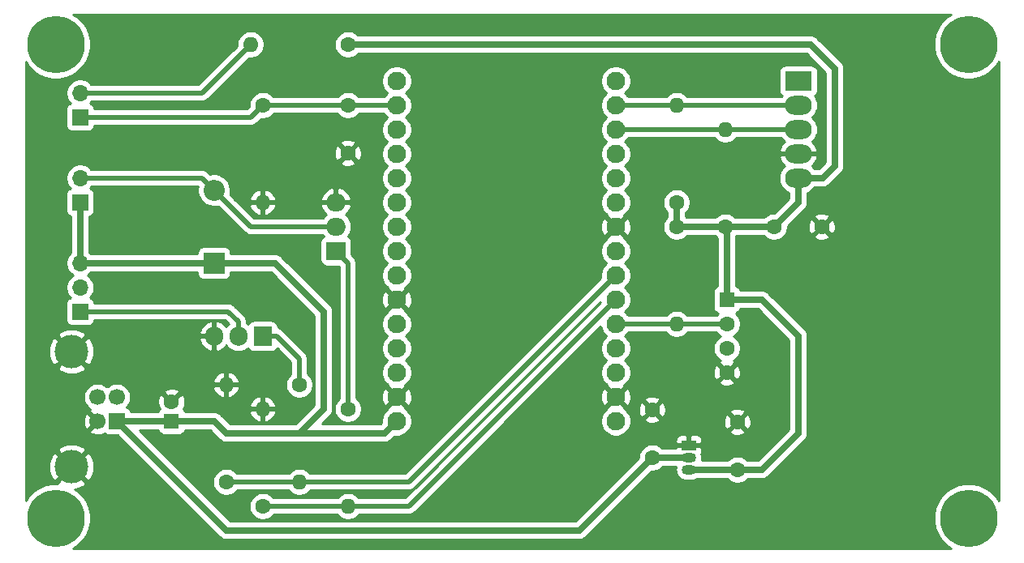
<source format=gbr>
G04 #@! TF.GenerationSoftware,KiCad,Pcbnew,(5.1.5)-3*
G04 #@! TF.CreationDate,2020-02-18T19:29:17+02:00*
G04 #@! TF.ProjectId,floraable,666c6f72-6161-4626-9c65-2e6b69636164,rev?*
G04 #@! TF.SameCoordinates,Original*
G04 #@! TF.FileFunction,Copper,L2,Bot*
G04 #@! TF.FilePolarity,Positive*
%FSLAX46Y46*%
G04 Gerber Fmt 4.6, Leading zero omitted, Abs format (unit mm)*
G04 Created by KiCad (PCBNEW (5.1.5)-3) date 2020-02-18 19:29:17*
%MOMM*%
%LPD*%
G04 APERTURE LIST*
%ADD10C,1.930400*%
%ADD11C,1.600000*%
%ADD12R,1.600000X1.600000*%
%ADD13O,2.200000X2.200000*%
%ADD14R,2.200000X2.200000*%
%ADD15R,1.500000X1.050000*%
%ADD16O,1.500000X1.050000*%
%ADD17O,1.905000X2.000000*%
%ADD18R,1.905000X2.000000*%
%ADD19O,2.000000X1.905000*%
%ADD20R,2.000000X1.905000*%
%ADD21R,2.800000X2.000000*%
%ADD22O,2.800000X2.000000*%
%ADD23O,1.600000X1.600000*%
%ADD24O,1.700000X1.700000*%
%ADD25R,1.700000X1.700000*%
%ADD26C,3.500000*%
%ADD27C,1.700000*%
%ADD28C,6.000001*%
%ADD29C,0.500000*%
%ADD30C,0.700000*%
%ADD31C,0.254000*%
G04 APERTURE END LIST*
D10*
X167640000Y-107950000D03*
X167640000Y-105410000D03*
X167640000Y-102870000D03*
X167640000Y-100330000D03*
X167640000Y-97790000D03*
X167640000Y-95250000D03*
X167640000Y-92710000D03*
X167640000Y-90170000D03*
X167640000Y-87630000D03*
X167640000Y-85090000D03*
X167640000Y-82550000D03*
X167640000Y-80010000D03*
X167640000Y-77470000D03*
X167640000Y-74930000D03*
X167640000Y-72390000D03*
X144780000Y-107950000D03*
X144780000Y-105410000D03*
X144780000Y-102870000D03*
X144780000Y-100330000D03*
X144780000Y-97790000D03*
X144780000Y-95250000D03*
X144780000Y-92710000D03*
X144780000Y-90170000D03*
X144780000Y-87630000D03*
X144780000Y-85090000D03*
X144780000Y-82550000D03*
X144780000Y-80010000D03*
X144780000Y-77470000D03*
X144780000Y-74930000D03*
X144780000Y-72390000D03*
D11*
X121285000Y-105950000D03*
D12*
X121285000Y-107950000D03*
D13*
X125730000Y-83820000D03*
D14*
X125730000Y-91440000D03*
D15*
X175260000Y-110490000D03*
D16*
X175260000Y-113030000D03*
X175260000Y-111760000D03*
D17*
X125730000Y-99060000D03*
X128270000Y-99060000D03*
D18*
X130810000Y-99060000D03*
D19*
X138430000Y-85090000D03*
X138430000Y-87630000D03*
D20*
X138430000Y-90170000D03*
D21*
X186690000Y-72390000D03*
D22*
X186690000Y-74930000D03*
X186690000Y-82550000D03*
X186690000Y-80010000D03*
X186690000Y-77470000D03*
D23*
X134620000Y-114300000D03*
D11*
X134620000Y-104140000D03*
D23*
X127000000Y-104140000D03*
D11*
X127000000Y-114300000D03*
D23*
X139700000Y-116840000D03*
D11*
X139700000Y-106680000D03*
D23*
X130810000Y-106680000D03*
D11*
X130810000Y-116840000D03*
D23*
X173990000Y-97790000D03*
D11*
X173990000Y-87630000D03*
D23*
X173990000Y-74930000D03*
D11*
X173990000Y-85090000D03*
D23*
X179070000Y-77470000D03*
D11*
X179070000Y-87630000D03*
D23*
X130810000Y-85090000D03*
D11*
X130810000Y-74930000D03*
D23*
X129540000Y-68580000D03*
D11*
X139700000Y-68580000D03*
X189150000Y-87630000D03*
X184150000Y-87630000D03*
X180340000Y-108030000D03*
X180340000Y-113030000D03*
X171450000Y-106760000D03*
X171450000Y-111760000D03*
X139700000Y-79930000D03*
X139700000Y-74930000D03*
D24*
X111760000Y-73660000D03*
D25*
X111760000Y-76200000D03*
D26*
X110860000Y-100680000D03*
X110860000Y-112720000D03*
D27*
X113570000Y-107950000D03*
X113570000Y-105450000D03*
X115570000Y-105450000D03*
D25*
X115570000Y-107950000D03*
D11*
X179240000Y-102870000D03*
X179240000Y-100330000D03*
X179240000Y-97790000D03*
D12*
X179240000Y-95250000D03*
D24*
X111760000Y-91440000D03*
X111760000Y-93980000D03*
D25*
X111760000Y-96520000D03*
D24*
X111760000Y-82550000D03*
D25*
X111760000Y-85090000D03*
D28*
X204470000Y-118110000D03*
X204470000Y-68580000D03*
X109220000Y-118110000D03*
X109220000Y-68580000D03*
D29*
X130810000Y-74930000D02*
X139700000Y-74930000D01*
X139700000Y-74930000D02*
X144780000Y-74930000D01*
X129540000Y-76200000D02*
X130810000Y-74930000D01*
X111760000Y-76200000D02*
X129540000Y-76200000D01*
D30*
X111760000Y-91440000D02*
X111760000Y-85090000D01*
X143510000Y-109220000D02*
X144780000Y-107950000D01*
X134620000Y-109220000D02*
X143510000Y-109220000D01*
X118110000Y-107950000D02*
X125730000Y-107950000D01*
X127000000Y-109220000D02*
X134620000Y-109220000D01*
X125730000Y-107950000D02*
X127000000Y-109220000D01*
X137160000Y-96520000D02*
X132080000Y-91440000D01*
X137160000Y-106680000D02*
X137160000Y-96520000D01*
X134620000Y-109220000D02*
X137160000Y-106680000D01*
X132080000Y-91440000D02*
X111760000Y-91440000D01*
X163830000Y-119380000D02*
X171450000Y-111760000D01*
X171450000Y-111760000D02*
X175260000Y-111760000D01*
X118110000Y-107950000D02*
X115570000Y-107950000D01*
X115570000Y-107950000D02*
X116840000Y-109220000D01*
X116840000Y-109220000D02*
X127000000Y-119380000D01*
X127000000Y-119380000D02*
X163830000Y-119380000D01*
X175260000Y-113030000D02*
X180340000Y-113030000D01*
X186690000Y-99060000D02*
X182880000Y-95250000D01*
X182880000Y-113030000D02*
X186690000Y-109220000D01*
X180340000Y-113030000D02*
X182880000Y-113030000D01*
X182880000Y-95250000D02*
X179240000Y-95250000D01*
X186690000Y-109220000D02*
X186690000Y-99060000D01*
X179240000Y-87800000D02*
X179070000Y-87630000D01*
X179240000Y-95250000D02*
X179240000Y-87800000D01*
X179070000Y-87630000D02*
X184150000Y-87630000D01*
X179070000Y-87630000D02*
X173990000Y-87630000D01*
X173990000Y-87630000D02*
X173990000Y-85090000D01*
X186690000Y-85090000D02*
X186690000Y-82550000D01*
X184150000Y-87630000D02*
X186690000Y-85090000D01*
X186690000Y-82550000D02*
X189230000Y-82550000D01*
X187960000Y-68580000D02*
X139700000Y-68580000D01*
X190500000Y-71120000D02*
X187960000Y-68580000D01*
X190500000Y-81280000D02*
X190500000Y-71120000D01*
X189230000Y-82550000D02*
X190500000Y-81280000D01*
D29*
X124460000Y-82550000D02*
X125730000Y-83820000D01*
X111760000Y-82550000D02*
X124460000Y-82550000D01*
X129540000Y-87630000D02*
X125730000Y-83820000D01*
X138430000Y-87630000D02*
X129540000Y-87630000D01*
X138430000Y-90170000D02*
X139700000Y-91440000D01*
X139700000Y-91440000D02*
X139700000Y-106680000D01*
X134620000Y-101417500D02*
X134620000Y-103008630D01*
X130810000Y-99060000D02*
X132262500Y-99060000D01*
X132262500Y-99060000D02*
X134620000Y-101417500D01*
X134620000Y-103008630D02*
X134620000Y-104140000D01*
X186690000Y-77470000D02*
X179070000Y-77470000D01*
X179070000Y-77470000D02*
X167640000Y-77470000D01*
X186690000Y-74930000D02*
X173990000Y-74930000D01*
X173990000Y-74930000D02*
X167640000Y-74930000D01*
X179240000Y-97790000D02*
X173990000Y-97790000D01*
X173990000Y-97790000D02*
X167640000Y-97790000D01*
X146050000Y-114300000D02*
X167640000Y-92710000D01*
X134620000Y-114300000D02*
X146050000Y-114300000D01*
X127000000Y-114300000D02*
X134620000Y-114300000D01*
X139700000Y-116840000D02*
X146050000Y-116840000D01*
X146050000Y-116840000D02*
X167640000Y-95250000D01*
X130810000Y-116840000D02*
X139700000Y-116840000D01*
X124460000Y-73660000D02*
X129540000Y-68580000D01*
X111760000Y-73660000D02*
X124460000Y-73660000D01*
X128270000Y-97560000D02*
X128270000Y-99060000D01*
X111760000Y-96520000D02*
X127230000Y-96520000D01*
X127230000Y-96520000D02*
X128270000Y-97560000D01*
D31*
G36*
X202152823Y-65756511D02*
G01*
X201646511Y-66262823D01*
X201248705Y-66858182D01*
X200974691Y-67519710D01*
X200835000Y-68221984D01*
X200835000Y-68938016D01*
X200974691Y-69640290D01*
X201248705Y-70301818D01*
X201646511Y-70897177D01*
X202152823Y-71403489D01*
X202748182Y-71801295D01*
X203409710Y-72075309D01*
X204111984Y-72215000D01*
X204828016Y-72215000D01*
X205530290Y-72075309D01*
X206191818Y-71801295D01*
X206787177Y-71403489D01*
X207293489Y-70897177D01*
X207620001Y-70408517D01*
X207620000Y-116281482D01*
X207293489Y-115792823D01*
X206787177Y-115286511D01*
X206191818Y-114888705D01*
X205530290Y-114614691D01*
X204828016Y-114475000D01*
X204111984Y-114475000D01*
X203409710Y-114614691D01*
X202748182Y-114888705D01*
X202152823Y-115286511D01*
X201646511Y-115792823D01*
X201248705Y-116388182D01*
X200974691Y-117049710D01*
X200835000Y-117751984D01*
X200835000Y-118468016D01*
X200974691Y-119170290D01*
X201248705Y-119831818D01*
X201646511Y-120427177D01*
X202152823Y-120933489D01*
X202641481Y-121260000D01*
X111048519Y-121260000D01*
X111537177Y-120933489D01*
X112043489Y-120427177D01*
X112441295Y-119831818D01*
X112715309Y-119170290D01*
X112855000Y-118468016D01*
X112855000Y-117751984D01*
X112715309Y-117049710D01*
X112441295Y-116388182D01*
X112043489Y-115792823D01*
X111537177Y-115286511D01*
X111226374Y-115078839D01*
X111359811Y-115063842D01*
X111807468Y-114921297D01*
X112163927Y-114730766D01*
X112350003Y-114389609D01*
X110860000Y-112899605D01*
X109369997Y-114389609D01*
X109416571Y-114475000D01*
X108861984Y-114475000D01*
X108159710Y-114614691D01*
X107498182Y-114888705D01*
X106902823Y-115286511D01*
X106396511Y-115792823D01*
X106070000Y-116281481D01*
X106070000Y-112752946D01*
X108463687Y-112752946D01*
X108516158Y-113219811D01*
X108658703Y-113667468D01*
X108849234Y-114023927D01*
X109190391Y-114210003D01*
X110680395Y-112720000D01*
X111039605Y-112720000D01*
X112529609Y-114210003D01*
X112870766Y-114023927D01*
X113086513Y-113606591D01*
X113216696Y-113155185D01*
X113256313Y-112687054D01*
X113203842Y-112220189D01*
X113061297Y-111772532D01*
X112870766Y-111416073D01*
X112529609Y-111229997D01*
X111039605Y-112720000D01*
X110680395Y-112720000D01*
X109190391Y-111229997D01*
X108849234Y-111416073D01*
X108633487Y-111833409D01*
X108503304Y-112284815D01*
X108463687Y-112752946D01*
X106070000Y-112752946D01*
X106070000Y-111050391D01*
X109369997Y-111050391D01*
X110860000Y-112540395D01*
X112350003Y-111050391D01*
X112163927Y-110709234D01*
X111746591Y-110493487D01*
X111295185Y-110363304D01*
X110827054Y-110323687D01*
X110360189Y-110376158D01*
X109912532Y-110518703D01*
X109556073Y-110709234D01*
X109369997Y-111050391D01*
X106070000Y-111050391D01*
X106070000Y-108018531D01*
X112079389Y-108018531D01*
X112121401Y-108308019D01*
X112219081Y-108583747D01*
X112292528Y-108721157D01*
X112541603Y-108798792D01*
X113390395Y-107950000D01*
X112541603Y-107101208D01*
X112292528Y-107178843D01*
X112166629Y-107442883D01*
X112094661Y-107726411D01*
X112079389Y-108018531D01*
X106070000Y-108018531D01*
X106070000Y-103790960D01*
X125608091Y-103790960D01*
X125729376Y-104013000D01*
X126873000Y-104013000D01*
X126873000Y-102870085D01*
X127127000Y-102870085D01*
X127127000Y-104013000D01*
X128270624Y-104013000D01*
X128391909Y-103790960D01*
X128297070Y-103526119D01*
X128152385Y-103284869D01*
X127963414Y-103076481D01*
X127737420Y-102908963D01*
X127483087Y-102788754D01*
X127349039Y-102748096D01*
X127127000Y-102870085D01*
X126873000Y-102870085D01*
X126650961Y-102748096D01*
X126516913Y-102788754D01*
X126262580Y-102908963D01*
X126036586Y-103076481D01*
X125847615Y-103284869D01*
X125702930Y-103526119D01*
X125608091Y-103790960D01*
X106070000Y-103790960D01*
X106070000Y-102349609D01*
X109369997Y-102349609D01*
X109556073Y-102690766D01*
X109973409Y-102906513D01*
X110424815Y-103036696D01*
X110892946Y-103076313D01*
X111359811Y-103023842D01*
X111807468Y-102881297D01*
X112163927Y-102690766D01*
X112350003Y-102349609D01*
X110860000Y-100859605D01*
X109369997Y-102349609D01*
X106070000Y-102349609D01*
X106070000Y-100712946D01*
X108463687Y-100712946D01*
X108516158Y-101179811D01*
X108658703Y-101627468D01*
X108849234Y-101983927D01*
X109190391Y-102170003D01*
X110680395Y-100680000D01*
X111039605Y-100680000D01*
X112529609Y-102170003D01*
X112870766Y-101983927D01*
X113086513Y-101566591D01*
X113216696Y-101115185D01*
X113256313Y-100647054D01*
X113203842Y-100180189D01*
X113061297Y-99732532D01*
X112901656Y-99433863D01*
X124177622Y-99433863D01*
X124271121Y-99730446D01*
X124420684Y-100003089D01*
X124620563Y-100241315D01*
X124863077Y-100435969D01*
X125138906Y-100579571D01*
X125357020Y-100650563D01*
X125603000Y-100530594D01*
X125603000Y-99187000D01*
X124304430Y-99187000D01*
X124177622Y-99433863D01*
X112901656Y-99433863D01*
X112870766Y-99376073D01*
X112529609Y-99189997D01*
X111039605Y-100680000D01*
X110680395Y-100680000D01*
X109190391Y-99189997D01*
X108849234Y-99376073D01*
X108633487Y-99793409D01*
X108503304Y-100244815D01*
X108463687Y-100712946D01*
X106070000Y-100712946D01*
X106070000Y-99010391D01*
X109369997Y-99010391D01*
X110860000Y-100500395D01*
X112350003Y-99010391D01*
X112173147Y-98686137D01*
X124177622Y-98686137D01*
X124304430Y-98933000D01*
X125603000Y-98933000D01*
X125603000Y-97589406D01*
X125357020Y-97469437D01*
X125138906Y-97540429D01*
X124863077Y-97684031D01*
X124620563Y-97878685D01*
X124420684Y-98116911D01*
X124271121Y-98389554D01*
X124177622Y-98686137D01*
X112173147Y-98686137D01*
X112163927Y-98669234D01*
X111746591Y-98453487D01*
X111295185Y-98323304D01*
X110827054Y-98283687D01*
X110360189Y-98336158D01*
X109912532Y-98478703D01*
X109556073Y-98669234D01*
X109369997Y-99010391D01*
X106070000Y-99010391D01*
X106070000Y-84240000D01*
X110271928Y-84240000D01*
X110271928Y-85940000D01*
X110284188Y-86064482D01*
X110320498Y-86184180D01*
X110379463Y-86294494D01*
X110458815Y-86391185D01*
X110555506Y-86470537D01*
X110665820Y-86529502D01*
X110775001Y-86562622D01*
X110775000Y-90324893D01*
X110606525Y-90493368D01*
X110444010Y-90736589D01*
X110332068Y-91006842D01*
X110275000Y-91293740D01*
X110275000Y-91586260D01*
X110332068Y-91873158D01*
X110444010Y-92143411D01*
X110606525Y-92386632D01*
X110813368Y-92593475D01*
X110987760Y-92710000D01*
X110813368Y-92826525D01*
X110606525Y-93033368D01*
X110444010Y-93276589D01*
X110332068Y-93546842D01*
X110275000Y-93833740D01*
X110275000Y-94126260D01*
X110332068Y-94413158D01*
X110444010Y-94683411D01*
X110606525Y-94926632D01*
X110738380Y-95058487D01*
X110665820Y-95080498D01*
X110555506Y-95139463D01*
X110458815Y-95218815D01*
X110379463Y-95315506D01*
X110320498Y-95425820D01*
X110284188Y-95545518D01*
X110271928Y-95670000D01*
X110271928Y-97370000D01*
X110284188Y-97494482D01*
X110320498Y-97614180D01*
X110379463Y-97724494D01*
X110458815Y-97821185D01*
X110555506Y-97900537D01*
X110665820Y-97959502D01*
X110785518Y-97995812D01*
X110910000Y-98008072D01*
X112610000Y-98008072D01*
X112734482Y-97995812D01*
X112854180Y-97959502D01*
X112964494Y-97900537D01*
X113061185Y-97821185D01*
X113140537Y-97724494D01*
X113199502Y-97614180D01*
X113235812Y-97494482D01*
X113244625Y-97405000D01*
X126863422Y-97405000D01*
X127252392Y-97793971D01*
X127142037Y-97884537D01*
X126994837Y-98063899D01*
X126839437Y-97878685D01*
X126596923Y-97684031D01*
X126321094Y-97540429D01*
X126102980Y-97469437D01*
X125857000Y-97589406D01*
X125857000Y-98933000D01*
X125877000Y-98933000D01*
X125877000Y-99187000D01*
X125857000Y-99187000D01*
X125857000Y-100530594D01*
X126102980Y-100650563D01*
X126321094Y-100579571D01*
X126596923Y-100435969D01*
X126839437Y-100241315D01*
X126994838Y-100056100D01*
X127142037Y-100235463D01*
X127383765Y-100433845D01*
X127659551Y-100581255D01*
X127958796Y-100672030D01*
X128270000Y-100702681D01*
X128581203Y-100672030D01*
X128880448Y-100581255D01*
X129156234Y-100433845D01*
X129282095Y-100330553D01*
X129326963Y-100414494D01*
X129406315Y-100511185D01*
X129503006Y-100590537D01*
X129613320Y-100649502D01*
X129733018Y-100685812D01*
X129857500Y-100698072D01*
X131762500Y-100698072D01*
X131886982Y-100685812D01*
X132006680Y-100649502D01*
X132116994Y-100590537D01*
X132213685Y-100511185D01*
X132293037Y-100414494D01*
X132318249Y-100367327D01*
X133735000Y-101784079D01*
X133735001Y-102965144D01*
X133735000Y-102965154D01*
X133735000Y-103005479D01*
X133705241Y-103025363D01*
X133505363Y-103225241D01*
X133348320Y-103460273D01*
X133240147Y-103721426D01*
X133185000Y-103998665D01*
X133185000Y-104281335D01*
X133240147Y-104558574D01*
X133348320Y-104819727D01*
X133505363Y-105054759D01*
X133705241Y-105254637D01*
X133940273Y-105411680D01*
X134201426Y-105519853D01*
X134478665Y-105575000D01*
X134761335Y-105575000D01*
X135038574Y-105519853D01*
X135299727Y-105411680D01*
X135534759Y-105254637D01*
X135734637Y-105054759D01*
X135891680Y-104819727D01*
X135999853Y-104558574D01*
X136055000Y-104281335D01*
X136055000Y-103998665D01*
X135999853Y-103721426D01*
X135891680Y-103460273D01*
X135734637Y-103225241D01*
X135534759Y-103025363D01*
X135505000Y-103005479D01*
X135505000Y-101460965D01*
X135509281Y-101417499D01*
X135505000Y-101374033D01*
X135505000Y-101374023D01*
X135492195Y-101244010D01*
X135441589Y-101077187D01*
X135359411Y-100923441D01*
X135248817Y-100788683D01*
X135215050Y-100760971D01*
X132919034Y-98464956D01*
X132891317Y-98431183D01*
X132756559Y-98320589D01*
X132602813Y-98238411D01*
X132435990Y-98187805D01*
X132400572Y-98184317D01*
X132400572Y-98060000D01*
X132388312Y-97935518D01*
X132352002Y-97815820D01*
X132293037Y-97705506D01*
X132213685Y-97608815D01*
X132116994Y-97529463D01*
X132006680Y-97470498D01*
X131886982Y-97434188D01*
X131762500Y-97421928D01*
X129857500Y-97421928D01*
X129733018Y-97434188D01*
X129613320Y-97470498D01*
X129503006Y-97529463D01*
X129406315Y-97608815D01*
X129326963Y-97705506D01*
X129282095Y-97789446D01*
X129156235Y-97686155D01*
X129155000Y-97685495D01*
X129155000Y-97603465D01*
X129159281Y-97559999D01*
X129155000Y-97516533D01*
X129155000Y-97516523D01*
X129142195Y-97386510D01*
X129091589Y-97219687D01*
X129009411Y-97065941D01*
X128966832Y-97014059D01*
X128926532Y-96964953D01*
X128926530Y-96964951D01*
X128898817Y-96931183D01*
X128865050Y-96903471D01*
X127886534Y-95924956D01*
X127858817Y-95891183D01*
X127724059Y-95780589D01*
X127570313Y-95698411D01*
X127403490Y-95647805D01*
X127273477Y-95635000D01*
X127273469Y-95635000D01*
X127230000Y-95630719D01*
X127186531Y-95635000D01*
X113244625Y-95635000D01*
X113235812Y-95545518D01*
X113199502Y-95425820D01*
X113140537Y-95315506D01*
X113061185Y-95218815D01*
X112964494Y-95139463D01*
X112854180Y-95080498D01*
X112781620Y-95058487D01*
X112913475Y-94926632D01*
X113075990Y-94683411D01*
X113187932Y-94413158D01*
X113245000Y-94126260D01*
X113245000Y-93833740D01*
X113187932Y-93546842D01*
X113075990Y-93276589D01*
X112913475Y-93033368D01*
X112706632Y-92826525D01*
X112532240Y-92710000D01*
X112706632Y-92593475D01*
X112875107Y-92425000D01*
X123991928Y-92425000D01*
X123991928Y-92540000D01*
X124004188Y-92664482D01*
X124040498Y-92784180D01*
X124099463Y-92894494D01*
X124178815Y-92991185D01*
X124275506Y-93070537D01*
X124385820Y-93129502D01*
X124505518Y-93165812D01*
X124630000Y-93178072D01*
X126830000Y-93178072D01*
X126954482Y-93165812D01*
X127074180Y-93129502D01*
X127184494Y-93070537D01*
X127281185Y-92991185D01*
X127360537Y-92894494D01*
X127419502Y-92784180D01*
X127455812Y-92664482D01*
X127468072Y-92540000D01*
X127468072Y-92425000D01*
X131672000Y-92425000D01*
X136175001Y-96928002D01*
X136175000Y-106272000D01*
X134212000Y-108235000D01*
X127408000Y-108235000D01*
X126460716Y-107287716D01*
X126429870Y-107250130D01*
X126279884Y-107127040D01*
X126108767Y-107035576D01*
X126087221Y-107029040D01*
X129418091Y-107029040D01*
X129512930Y-107293881D01*
X129657615Y-107535131D01*
X129846586Y-107743519D01*
X130072580Y-107911037D01*
X130326913Y-108031246D01*
X130460961Y-108071904D01*
X130683000Y-107949915D01*
X130683000Y-106807000D01*
X130937000Y-106807000D01*
X130937000Y-107949915D01*
X131159039Y-108071904D01*
X131293087Y-108031246D01*
X131547420Y-107911037D01*
X131773414Y-107743519D01*
X131962385Y-107535131D01*
X132107070Y-107293881D01*
X132201909Y-107029040D01*
X132080624Y-106807000D01*
X130937000Y-106807000D01*
X130683000Y-106807000D01*
X129539376Y-106807000D01*
X129418091Y-107029040D01*
X126087221Y-107029040D01*
X125923094Y-106979253D01*
X125778380Y-106965000D01*
X125730000Y-106960235D01*
X125681620Y-106965000D01*
X122692454Y-106965000D01*
X122674502Y-106905820D01*
X122615537Y-106795506D01*
X122536185Y-106698815D01*
X122523242Y-106688193D01*
X122642571Y-106436004D01*
X122668901Y-106330960D01*
X129418091Y-106330960D01*
X129539376Y-106553000D01*
X130683000Y-106553000D01*
X130683000Y-105410085D01*
X130937000Y-105410085D01*
X130937000Y-106553000D01*
X132080624Y-106553000D01*
X132201909Y-106330960D01*
X132107070Y-106066119D01*
X131962385Y-105824869D01*
X131773414Y-105616481D01*
X131547420Y-105448963D01*
X131293087Y-105328754D01*
X131159039Y-105288096D01*
X130937000Y-105410085D01*
X130683000Y-105410085D01*
X130460961Y-105288096D01*
X130326913Y-105328754D01*
X130072580Y-105448963D01*
X129846586Y-105616481D01*
X129657615Y-105824869D01*
X129512930Y-106066119D01*
X129418091Y-106330960D01*
X122668901Y-106330960D01*
X122711300Y-106161816D01*
X122725217Y-105879488D01*
X122683787Y-105599870D01*
X122588603Y-105333708D01*
X122521671Y-105208486D01*
X122277702Y-105136903D01*
X121464605Y-105950000D01*
X121478748Y-105964143D01*
X121299143Y-106143748D01*
X121285000Y-106129605D01*
X121270858Y-106143748D01*
X121091253Y-105964143D01*
X121105395Y-105950000D01*
X120292298Y-105136903D01*
X120048329Y-105208486D01*
X119927429Y-105463996D01*
X119858700Y-105738184D01*
X119844783Y-106020512D01*
X119886213Y-106300130D01*
X119981397Y-106566292D01*
X120046616Y-106688309D01*
X120033815Y-106698815D01*
X119954463Y-106795506D01*
X119895498Y-106905820D01*
X119877546Y-106965000D01*
X117042621Y-106965000D01*
X117009502Y-106855820D01*
X116950537Y-106745506D01*
X116871185Y-106648815D01*
X116774494Y-106569463D01*
X116664180Y-106510498D01*
X116622310Y-106497797D01*
X116723475Y-106396632D01*
X116885990Y-106153411D01*
X116997932Y-105883158D01*
X117055000Y-105596260D01*
X117055000Y-105303740D01*
X116997932Y-105016842D01*
X116973269Y-104957298D01*
X120471903Y-104957298D01*
X121285000Y-105770395D01*
X122098097Y-104957298D01*
X122026514Y-104713329D01*
X121771004Y-104592429D01*
X121496816Y-104523700D01*
X121214488Y-104509783D01*
X120934870Y-104551213D01*
X120668708Y-104646397D01*
X120543486Y-104713329D01*
X120471903Y-104957298D01*
X116973269Y-104957298D01*
X116885990Y-104746589D01*
X116723475Y-104503368D01*
X116709147Y-104489040D01*
X125608091Y-104489040D01*
X125702930Y-104753881D01*
X125847615Y-104995131D01*
X126036586Y-105203519D01*
X126262580Y-105371037D01*
X126516913Y-105491246D01*
X126650961Y-105531904D01*
X126873000Y-105409915D01*
X126873000Y-104267000D01*
X127127000Y-104267000D01*
X127127000Y-105409915D01*
X127349039Y-105531904D01*
X127483087Y-105491246D01*
X127737420Y-105371037D01*
X127963414Y-105203519D01*
X128152385Y-104995131D01*
X128297070Y-104753881D01*
X128391909Y-104489040D01*
X128270624Y-104267000D01*
X127127000Y-104267000D01*
X126873000Y-104267000D01*
X125729376Y-104267000D01*
X125608091Y-104489040D01*
X116709147Y-104489040D01*
X116516632Y-104296525D01*
X116273411Y-104134010D01*
X116003158Y-104022068D01*
X115716260Y-103965000D01*
X115423740Y-103965000D01*
X115136842Y-104022068D01*
X114866589Y-104134010D01*
X114623368Y-104296525D01*
X114570000Y-104349893D01*
X114516632Y-104296525D01*
X114273411Y-104134010D01*
X114003158Y-104022068D01*
X113716260Y-103965000D01*
X113423740Y-103965000D01*
X113136842Y-104022068D01*
X112866589Y-104134010D01*
X112623368Y-104296525D01*
X112416525Y-104503368D01*
X112254010Y-104746589D01*
X112142068Y-105016842D01*
X112085000Y-105303740D01*
X112085000Y-105596260D01*
X112142068Y-105883158D01*
X112254010Y-106153411D01*
X112416525Y-106396632D01*
X112623368Y-106603475D01*
X112786410Y-106712416D01*
X112721208Y-106921603D01*
X113570000Y-107770395D01*
X113584143Y-107756253D01*
X113763748Y-107935858D01*
X113749605Y-107950000D01*
X113763748Y-107964143D01*
X113584143Y-108143748D01*
X113570000Y-108129605D01*
X112721208Y-108978397D01*
X112798843Y-109227472D01*
X113062883Y-109353371D01*
X113346411Y-109425339D01*
X113638531Y-109440611D01*
X113928019Y-109398599D01*
X114203747Y-109300919D01*
X114279850Y-109260241D01*
X114365506Y-109330537D01*
X114475820Y-109389502D01*
X114595518Y-109425812D01*
X114720000Y-109438072D01*
X115665072Y-109438072D01*
X116109290Y-109882290D01*
X126269289Y-120042290D01*
X126300130Y-120079870D01*
X126337709Y-120110710D01*
X126450116Y-120202960D01*
X126621233Y-120294424D01*
X126806906Y-120350747D01*
X127000000Y-120369765D01*
X127048380Y-120365000D01*
X163781620Y-120365000D01*
X163830000Y-120369765D01*
X163878380Y-120365000D01*
X164023094Y-120350747D01*
X164208767Y-120294424D01*
X164379884Y-120202960D01*
X164529870Y-120079870D01*
X164560716Y-120042284D01*
X171408000Y-113195000D01*
X171591335Y-113195000D01*
X171868574Y-113139853D01*
X172129727Y-113031680D01*
X172364759Y-112874637D01*
X172494396Y-112745000D01*
X173909258Y-112745000D01*
X173891785Y-112802600D01*
X173869388Y-113030000D01*
X173891785Y-113257400D01*
X173958115Y-113476060D01*
X174065829Y-113677579D01*
X174210788Y-113854212D01*
X174387421Y-113999171D01*
X174588940Y-114106885D01*
X174807600Y-114173215D01*
X174978021Y-114190000D01*
X175541979Y-114190000D01*
X175712400Y-114173215D01*
X175931060Y-114106885D01*
X176102965Y-114015000D01*
X179295604Y-114015000D01*
X179425241Y-114144637D01*
X179660273Y-114301680D01*
X179921426Y-114409853D01*
X180198665Y-114465000D01*
X180481335Y-114465000D01*
X180758574Y-114409853D01*
X181019727Y-114301680D01*
X181254759Y-114144637D01*
X181384396Y-114015000D01*
X182831620Y-114015000D01*
X182880000Y-114019765D01*
X182928380Y-114015000D01*
X183073094Y-114000747D01*
X183258767Y-113944424D01*
X183429884Y-113852960D01*
X183579870Y-113729870D01*
X183610716Y-113692284D01*
X187352292Y-109950709D01*
X187389870Y-109919870D01*
X187512960Y-109769884D01*
X187604424Y-109598767D01*
X187660747Y-109413094D01*
X187675000Y-109268380D01*
X187675000Y-109268379D01*
X187679765Y-109220000D01*
X187675000Y-109171620D01*
X187675000Y-99108380D01*
X187679765Y-99060000D01*
X187660747Y-98866906D01*
X187604424Y-98681233D01*
X187512960Y-98510116D01*
X187449011Y-98432194D01*
X187389870Y-98360130D01*
X187352290Y-98329289D01*
X183610716Y-94587716D01*
X183579870Y-94550130D01*
X183429884Y-94427040D01*
X183258767Y-94335576D01*
X183073094Y-94279253D01*
X182928380Y-94265000D01*
X182880000Y-94260235D01*
X182831620Y-94265000D01*
X180647454Y-94265000D01*
X180629502Y-94205820D01*
X180570537Y-94095506D01*
X180491185Y-93998815D01*
X180394494Y-93919463D01*
X180284180Y-93860498D01*
X180225000Y-93842546D01*
X180225000Y-88615000D01*
X183105604Y-88615000D01*
X183235241Y-88744637D01*
X183470273Y-88901680D01*
X183731426Y-89009853D01*
X184008665Y-89065000D01*
X184291335Y-89065000D01*
X184568574Y-89009853D01*
X184829727Y-88901680D01*
X185064759Y-88744637D01*
X185186694Y-88622702D01*
X188336903Y-88622702D01*
X188408486Y-88866671D01*
X188663996Y-88987571D01*
X188938184Y-89056300D01*
X189220512Y-89070217D01*
X189500130Y-89028787D01*
X189766292Y-88933603D01*
X189891514Y-88866671D01*
X189963097Y-88622702D01*
X189150000Y-87809605D01*
X188336903Y-88622702D01*
X185186694Y-88622702D01*
X185264637Y-88544759D01*
X185421680Y-88309727D01*
X185529853Y-88048574D01*
X185585000Y-87771335D01*
X185585000Y-87700512D01*
X187709783Y-87700512D01*
X187751213Y-87980130D01*
X187846397Y-88246292D01*
X187913329Y-88371514D01*
X188157298Y-88443097D01*
X188970395Y-87630000D01*
X189329605Y-87630000D01*
X190142702Y-88443097D01*
X190386671Y-88371514D01*
X190507571Y-88116004D01*
X190576300Y-87841816D01*
X190590217Y-87559488D01*
X190548787Y-87279870D01*
X190453603Y-87013708D01*
X190386671Y-86888486D01*
X190142702Y-86816903D01*
X189329605Y-87630000D01*
X188970395Y-87630000D01*
X188157298Y-86816903D01*
X187913329Y-86888486D01*
X187792429Y-87143996D01*
X187723700Y-87418184D01*
X187709783Y-87700512D01*
X185585000Y-87700512D01*
X185585000Y-87588000D01*
X186535702Y-86637298D01*
X188336903Y-86637298D01*
X189150000Y-87450395D01*
X189963097Y-86637298D01*
X189891514Y-86393329D01*
X189636004Y-86272429D01*
X189361816Y-86203700D01*
X189079488Y-86189783D01*
X188799870Y-86231213D01*
X188533708Y-86326397D01*
X188408486Y-86393329D01*
X188336903Y-86637298D01*
X186535702Y-86637298D01*
X187352284Y-85820716D01*
X187389870Y-85789870D01*
X187512960Y-85639884D01*
X187604424Y-85468767D01*
X187660747Y-85283094D01*
X187675000Y-85138380D01*
X187675000Y-85138379D01*
X187679765Y-85090001D01*
X187675000Y-85041620D01*
X187675000Y-84081113D01*
X187718715Y-84067852D01*
X188002752Y-83916031D01*
X188251714Y-83711714D01*
X188396739Y-83535000D01*
X189181620Y-83535000D01*
X189230000Y-83539765D01*
X189278380Y-83535000D01*
X189423094Y-83520747D01*
X189608767Y-83464424D01*
X189779884Y-83372960D01*
X189929870Y-83249870D01*
X189960716Y-83212284D01*
X191162284Y-82010716D01*
X191199870Y-81979870D01*
X191322960Y-81829884D01*
X191414424Y-81658767D01*
X191470747Y-81473094D01*
X191470747Y-81473093D01*
X191489765Y-81280001D01*
X191485000Y-81231621D01*
X191485000Y-71168377D01*
X191489765Y-71119999D01*
X191481443Y-71035506D01*
X191470747Y-70926906D01*
X191414424Y-70741233D01*
X191322960Y-70570116D01*
X191199870Y-70420130D01*
X191162284Y-70389284D01*
X188690716Y-67917716D01*
X188659870Y-67880130D01*
X188509884Y-67757040D01*
X188338767Y-67665576D01*
X188153094Y-67609253D01*
X188008380Y-67595000D01*
X187960000Y-67590235D01*
X187911620Y-67595000D01*
X140744396Y-67595000D01*
X140614759Y-67465363D01*
X140379727Y-67308320D01*
X140118574Y-67200147D01*
X139841335Y-67145000D01*
X139558665Y-67145000D01*
X139281426Y-67200147D01*
X139020273Y-67308320D01*
X138785241Y-67465363D01*
X138585363Y-67665241D01*
X138428320Y-67900273D01*
X138320147Y-68161426D01*
X138265000Y-68438665D01*
X138265000Y-68721335D01*
X138320147Y-68998574D01*
X138428320Y-69259727D01*
X138585363Y-69494759D01*
X138785241Y-69694637D01*
X139020273Y-69851680D01*
X139281426Y-69959853D01*
X139558665Y-70015000D01*
X139841335Y-70015000D01*
X140118574Y-69959853D01*
X140379727Y-69851680D01*
X140614759Y-69694637D01*
X140744396Y-69565000D01*
X187552000Y-69565000D01*
X189515001Y-71528001D01*
X189515000Y-80872000D01*
X188822000Y-81565000D01*
X188396739Y-81565000D01*
X188251714Y-81388286D01*
X188121858Y-81281716D01*
X188335922Y-81076317D01*
X188520010Y-80812761D01*
X188649144Y-80518355D01*
X188680124Y-80390434D01*
X188560777Y-80137000D01*
X186817000Y-80137000D01*
X186817000Y-80157000D01*
X186563000Y-80157000D01*
X186563000Y-80137000D01*
X184819223Y-80137000D01*
X184699876Y-80390434D01*
X184730856Y-80518355D01*
X184859990Y-80812761D01*
X185044078Y-81076317D01*
X185258142Y-81281716D01*
X185128286Y-81388286D01*
X184923969Y-81637248D01*
X184772148Y-81921285D01*
X184678657Y-82229484D01*
X184647089Y-82550000D01*
X184678657Y-82870516D01*
X184772148Y-83178715D01*
X184923969Y-83462752D01*
X185128286Y-83711714D01*
X185377248Y-83916031D01*
X185661285Y-84067852D01*
X185705000Y-84081113D01*
X185705000Y-84682000D01*
X184192000Y-86195000D01*
X184008665Y-86195000D01*
X183731426Y-86250147D01*
X183470273Y-86358320D01*
X183235241Y-86515363D01*
X183105604Y-86645000D01*
X180114396Y-86645000D01*
X179984759Y-86515363D01*
X179749727Y-86358320D01*
X179488574Y-86250147D01*
X179211335Y-86195000D01*
X178928665Y-86195000D01*
X178651426Y-86250147D01*
X178390273Y-86358320D01*
X178155241Y-86515363D01*
X178025604Y-86645000D01*
X175034396Y-86645000D01*
X174975000Y-86585604D01*
X174975000Y-86134396D01*
X175104637Y-86004759D01*
X175261680Y-85769727D01*
X175369853Y-85508574D01*
X175425000Y-85231335D01*
X175425000Y-84948665D01*
X175369853Y-84671426D01*
X175261680Y-84410273D01*
X175104637Y-84175241D01*
X174904759Y-83975363D01*
X174669727Y-83818320D01*
X174408574Y-83710147D01*
X174131335Y-83655000D01*
X173848665Y-83655000D01*
X173571426Y-83710147D01*
X173310273Y-83818320D01*
X173075241Y-83975363D01*
X172875363Y-84175241D01*
X172718320Y-84410273D01*
X172610147Y-84671426D01*
X172555000Y-84948665D01*
X172555000Y-85231335D01*
X172610147Y-85508574D01*
X172718320Y-85769727D01*
X172875363Y-86004759D01*
X173005001Y-86134397D01*
X173005000Y-86585604D01*
X172875363Y-86715241D01*
X172718320Y-86950273D01*
X172610147Y-87211426D01*
X172555000Y-87488665D01*
X172555000Y-87771335D01*
X172610147Y-88048574D01*
X172718320Y-88309727D01*
X172875363Y-88544759D01*
X173075241Y-88744637D01*
X173310273Y-88901680D01*
X173571426Y-89009853D01*
X173848665Y-89065000D01*
X174131335Y-89065000D01*
X174408574Y-89009853D01*
X174669727Y-88901680D01*
X174904759Y-88744637D01*
X175034396Y-88615000D01*
X178025604Y-88615000D01*
X178155241Y-88744637D01*
X178255001Y-88811294D01*
X178255000Y-93842546D01*
X178195820Y-93860498D01*
X178085506Y-93919463D01*
X177988815Y-93998815D01*
X177909463Y-94095506D01*
X177850498Y-94205820D01*
X177814188Y-94325518D01*
X177801928Y-94450000D01*
X177801928Y-96050000D01*
X177814188Y-96174482D01*
X177850498Y-96294180D01*
X177909463Y-96404494D01*
X177988815Y-96501185D01*
X178085506Y-96580537D01*
X178195820Y-96639502D01*
X178315518Y-96675812D01*
X178323961Y-96676643D01*
X178125363Y-96875241D01*
X178105479Y-96905000D01*
X175124521Y-96905000D01*
X175104637Y-96875241D01*
X174904759Y-96675363D01*
X174669727Y-96518320D01*
X174408574Y-96410147D01*
X174131335Y-96355000D01*
X173848665Y-96355000D01*
X173571426Y-96410147D01*
X173310273Y-96518320D01*
X173075241Y-96675363D01*
X172875363Y-96875241D01*
X172855479Y-96905000D01*
X168973206Y-96905000D01*
X168882957Y-96769932D01*
X168660068Y-96547043D01*
X168619595Y-96520000D01*
X168660068Y-96492957D01*
X168882957Y-96270068D01*
X169058079Y-96007979D01*
X169178706Y-95716761D01*
X169240200Y-95407606D01*
X169240200Y-95092394D01*
X169178706Y-94783239D01*
X169058079Y-94492021D01*
X168882957Y-94229932D01*
X168660068Y-94007043D01*
X168619595Y-93980000D01*
X168660068Y-93952957D01*
X168882957Y-93730068D01*
X169058079Y-93467979D01*
X169178706Y-93176761D01*
X169240200Y-92867606D01*
X169240200Y-92552394D01*
X169178706Y-92243239D01*
X169058079Y-91952021D01*
X168882957Y-91689932D01*
X168660068Y-91467043D01*
X168619595Y-91440000D01*
X168660068Y-91412957D01*
X168882957Y-91190068D01*
X169058079Y-90927979D01*
X169178706Y-90636761D01*
X169240200Y-90327606D01*
X169240200Y-90012394D01*
X169178706Y-89703239D01*
X169058079Y-89412021D01*
X168882957Y-89149932D01*
X168660068Y-88927043D01*
X168534899Y-88843408D01*
X168570989Y-88740594D01*
X167640000Y-87809605D01*
X166709011Y-88740594D01*
X166745101Y-88843408D01*
X166619932Y-88927043D01*
X166397043Y-89149932D01*
X166221921Y-89412021D01*
X166101294Y-89703239D01*
X166039800Y-90012394D01*
X166039800Y-90327606D01*
X166101294Y-90636761D01*
X166221921Y-90927979D01*
X166397043Y-91190068D01*
X166619932Y-91412957D01*
X166660405Y-91440000D01*
X166619932Y-91467043D01*
X166397043Y-91689932D01*
X166221921Y-91952021D01*
X166101294Y-92243239D01*
X166039800Y-92552394D01*
X166039800Y-92867606D01*
X166071491Y-93026930D01*
X145683422Y-113415000D01*
X135754521Y-113415000D01*
X135734637Y-113385241D01*
X135534759Y-113185363D01*
X135299727Y-113028320D01*
X135038574Y-112920147D01*
X134761335Y-112865000D01*
X134478665Y-112865000D01*
X134201426Y-112920147D01*
X133940273Y-113028320D01*
X133705241Y-113185363D01*
X133505363Y-113385241D01*
X133485479Y-113415000D01*
X128134521Y-113415000D01*
X128114637Y-113385241D01*
X127914759Y-113185363D01*
X127679727Y-113028320D01*
X127418574Y-112920147D01*
X127141335Y-112865000D01*
X126858665Y-112865000D01*
X126581426Y-112920147D01*
X126320273Y-113028320D01*
X126085241Y-113185363D01*
X125885363Y-113385241D01*
X125728320Y-113620273D01*
X125620147Y-113881426D01*
X125565000Y-114158665D01*
X125565000Y-114441335D01*
X125620147Y-114718574D01*
X125728320Y-114979727D01*
X125885363Y-115214759D01*
X126085241Y-115414637D01*
X126320273Y-115571680D01*
X126581426Y-115679853D01*
X126858665Y-115735000D01*
X127141335Y-115735000D01*
X127418574Y-115679853D01*
X127679727Y-115571680D01*
X127914759Y-115414637D01*
X128114637Y-115214759D01*
X128134521Y-115185000D01*
X133485479Y-115185000D01*
X133505363Y-115214759D01*
X133705241Y-115414637D01*
X133940273Y-115571680D01*
X134201426Y-115679853D01*
X134478665Y-115735000D01*
X134761335Y-115735000D01*
X135038574Y-115679853D01*
X135299727Y-115571680D01*
X135534759Y-115414637D01*
X135734637Y-115214759D01*
X135754521Y-115185000D01*
X146006531Y-115185000D01*
X146050000Y-115189281D01*
X146093469Y-115185000D01*
X146093477Y-115185000D01*
X146223490Y-115172195D01*
X146390313Y-115121589D01*
X146544059Y-115039411D01*
X146678817Y-114928817D01*
X146706534Y-114895044D01*
X166065379Y-95536200D01*
X166071491Y-95566930D01*
X145683422Y-115955000D01*
X140834521Y-115955000D01*
X140814637Y-115925241D01*
X140614759Y-115725363D01*
X140379727Y-115568320D01*
X140118574Y-115460147D01*
X139841335Y-115405000D01*
X139558665Y-115405000D01*
X139281426Y-115460147D01*
X139020273Y-115568320D01*
X138785241Y-115725363D01*
X138585363Y-115925241D01*
X138565479Y-115955000D01*
X131944521Y-115955000D01*
X131924637Y-115925241D01*
X131724759Y-115725363D01*
X131489727Y-115568320D01*
X131228574Y-115460147D01*
X130951335Y-115405000D01*
X130668665Y-115405000D01*
X130391426Y-115460147D01*
X130130273Y-115568320D01*
X129895241Y-115725363D01*
X129695363Y-115925241D01*
X129538320Y-116160273D01*
X129430147Y-116421426D01*
X129375000Y-116698665D01*
X129375000Y-116981335D01*
X129430147Y-117258574D01*
X129538320Y-117519727D01*
X129695363Y-117754759D01*
X129895241Y-117954637D01*
X130130273Y-118111680D01*
X130391426Y-118219853D01*
X130668665Y-118275000D01*
X130951335Y-118275000D01*
X131228574Y-118219853D01*
X131489727Y-118111680D01*
X131724759Y-117954637D01*
X131924637Y-117754759D01*
X131944521Y-117725000D01*
X138565479Y-117725000D01*
X138585363Y-117754759D01*
X138785241Y-117954637D01*
X139020273Y-118111680D01*
X139281426Y-118219853D01*
X139558665Y-118275000D01*
X139841335Y-118275000D01*
X140118574Y-118219853D01*
X140379727Y-118111680D01*
X140614759Y-117954637D01*
X140814637Y-117754759D01*
X140834521Y-117725000D01*
X146006531Y-117725000D01*
X146050000Y-117729281D01*
X146093469Y-117725000D01*
X146093477Y-117725000D01*
X146223490Y-117712195D01*
X146390313Y-117661589D01*
X146544059Y-117579411D01*
X146678817Y-117468817D01*
X146706534Y-117435044D01*
X154176578Y-109965000D01*
X173871928Y-109965000D01*
X173875000Y-110204250D01*
X174033750Y-110363000D01*
X175133000Y-110363000D01*
X175133000Y-109488750D01*
X175387000Y-109488750D01*
X175387000Y-110363000D01*
X176486250Y-110363000D01*
X176645000Y-110204250D01*
X176648072Y-109965000D01*
X176635812Y-109840518D01*
X176599502Y-109720820D01*
X176540537Y-109610506D01*
X176461185Y-109513815D01*
X176364494Y-109434463D01*
X176254180Y-109375498D01*
X176134482Y-109339188D01*
X176010000Y-109326928D01*
X175545750Y-109330000D01*
X175387000Y-109488750D01*
X175133000Y-109488750D01*
X174974250Y-109330000D01*
X174510000Y-109326928D01*
X174385518Y-109339188D01*
X174265820Y-109375498D01*
X174155506Y-109434463D01*
X174058815Y-109513815D01*
X173979463Y-109610506D01*
X173920498Y-109720820D01*
X173884188Y-109840518D01*
X173871928Y-109965000D01*
X154176578Y-109965000D01*
X156349184Y-107792394D01*
X166039800Y-107792394D01*
X166039800Y-108107606D01*
X166101294Y-108416761D01*
X166221921Y-108707979D01*
X166397043Y-108970068D01*
X166619932Y-109192957D01*
X166882021Y-109368079D01*
X167173239Y-109488706D01*
X167482394Y-109550200D01*
X167797606Y-109550200D01*
X168106761Y-109488706D01*
X168397979Y-109368079D01*
X168660068Y-109192957D01*
X168830323Y-109022702D01*
X179526903Y-109022702D01*
X179598486Y-109266671D01*
X179853996Y-109387571D01*
X180128184Y-109456300D01*
X180410512Y-109470217D01*
X180690130Y-109428787D01*
X180956292Y-109333603D01*
X181081514Y-109266671D01*
X181153097Y-109022702D01*
X180340000Y-108209605D01*
X179526903Y-109022702D01*
X168830323Y-109022702D01*
X168882957Y-108970068D01*
X169058079Y-108707979D01*
X169178706Y-108416761D01*
X169240200Y-108107606D01*
X169240200Y-107792394D01*
X169232305Y-107752702D01*
X170636903Y-107752702D01*
X170708486Y-107996671D01*
X170963996Y-108117571D01*
X171238184Y-108186300D01*
X171520512Y-108200217D01*
X171800130Y-108158787D01*
X171963083Y-108100512D01*
X178899783Y-108100512D01*
X178941213Y-108380130D01*
X179036397Y-108646292D01*
X179103329Y-108771514D01*
X179347298Y-108843097D01*
X180160395Y-108030000D01*
X180519605Y-108030000D01*
X181332702Y-108843097D01*
X181576671Y-108771514D01*
X181697571Y-108516004D01*
X181766300Y-108241816D01*
X181780217Y-107959488D01*
X181738787Y-107679870D01*
X181643603Y-107413708D01*
X181576671Y-107288486D01*
X181332702Y-107216903D01*
X180519605Y-108030000D01*
X180160395Y-108030000D01*
X179347298Y-107216903D01*
X179103329Y-107288486D01*
X178982429Y-107543996D01*
X178913700Y-107818184D01*
X178899783Y-108100512D01*
X171963083Y-108100512D01*
X172066292Y-108063603D01*
X172191514Y-107996671D01*
X172263097Y-107752702D01*
X171450000Y-106939605D01*
X170636903Y-107752702D01*
X169232305Y-107752702D01*
X169178706Y-107483239D01*
X169058079Y-107192021D01*
X168882957Y-106929932D01*
X168783537Y-106830512D01*
X170009783Y-106830512D01*
X170051213Y-107110130D01*
X170146397Y-107376292D01*
X170213329Y-107501514D01*
X170457298Y-107573097D01*
X171270395Y-106760000D01*
X171629605Y-106760000D01*
X172442702Y-107573097D01*
X172686671Y-107501514D01*
X172807571Y-107246004D01*
X172859886Y-107037298D01*
X179526903Y-107037298D01*
X180340000Y-107850395D01*
X181153097Y-107037298D01*
X181081514Y-106793329D01*
X180826004Y-106672429D01*
X180551816Y-106603700D01*
X180269488Y-106589783D01*
X179989870Y-106631213D01*
X179723708Y-106726397D01*
X179598486Y-106793329D01*
X179526903Y-107037298D01*
X172859886Y-107037298D01*
X172876300Y-106971816D01*
X172890217Y-106689488D01*
X172848787Y-106409870D01*
X172753603Y-106143708D01*
X172686671Y-106018486D01*
X172442702Y-105946903D01*
X171629605Y-106760000D01*
X171270395Y-106760000D01*
X170457298Y-105946903D01*
X170213329Y-106018486D01*
X170092429Y-106273996D01*
X170023700Y-106548184D01*
X170009783Y-106830512D01*
X168783537Y-106830512D01*
X168660068Y-106707043D01*
X168534899Y-106623408D01*
X168570989Y-106520594D01*
X167640000Y-105589605D01*
X166709011Y-106520594D01*
X166745101Y-106623408D01*
X166619932Y-106707043D01*
X166397043Y-106929932D01*
X166221921Y-107192021D01*
X166101294Y-107483239D01*
X166039800Y-107792394D01*
X156349184Y-107792394D01*
X158667607Y-105473971D01*
X166033330Y-105473971D01*
X166076682Y-105786188D01*
X166180112Y-106083948D01*
X166268562Y-106249428D01*
X166529406Y-106340989D01*
X167460395Y-105410000D01*
X167819605Y-105410000D01*
X168750594Y-106340989D01*
X169011438Y-106249428D01*
X169148851Y-105965744D01*
X169200523Y-105767298D01*
X170636903Y-105767298D01*
X171450000Y-106580395D01*
X172263097Y-105767298D01*
X172191514Y-105523329D01*
X171936004Y-105402429D01*
X171661816Y-105333700D01*
X171379488Y-105319783D01*
X171099870Y-105361213D01*
X170833708Y-105456397D01*
X170708486Y-105523329D01*
X170636903Y-105767298D01*
X169200523Y-105767298D01*
X169228279Y-105660704D01*
X169246670Y-105346029D01*
X169203318Y-105033812D01*
X169099888Y-104736052D01*
X169011438Y-104570572D01*
X168750594Y-104479011D01*
X167819605Y-105410000D01*
X167460395Y-105410000D01*
X166529406Y-104479011D01*
X166268562Y-104570572D01*
X166131149Y-104854256D01*
X166051721Y-105159296D01*
X166033330Y-105473971D01*
X158667607Y-105473971D01*
X166065379Y-98076200D01*
X166101294Y-98256761D01*
X166221921Y-98547979D01*
X166397043Y-98810068D01*
X166619932Y-99032957D01*
X166660405Y-99060000D01*
X166619932Y-99087043D01*
X166397043Y-99309932D01*
X166221921Y-99572021D01*
X166101294Y-99863239D01*
X166039800Y-100172394D01*
X166039800Y-100487606D01*
X166101294Y-100796761D01*
X166221921Y-101087979D01*
X166397043Y-101350068D01*
X166619932Y-101572957D01*
X166660405Y-101600000D01*
X166619932Y-101627043D01*
X166397043Y-101849932D01*
X166221921Y-102112021D01*
X166101294Y-102403239D01*
X166039800Y-102712394D01*
X166039800Y-103027606D01*
X166101294Y-103336761D01*
X166221921Y-103627979D01*
X166397043Y-103890068D01*
X166619932Y-104112957D01*
X166745101Y-104196592D01*
X166709011Y-104299406D01*
X167640000Y-105230395D01*
X168570989Y-104299406D01*
X168534899Y-104196592D01*
X168660068Y-104112957D01*
X168882957Y-103890068D01*
X168901242Y-103862702D01*
X178426903Y-103862702D01*
X178498486Y-104106671D01*
X178753996Y-104227571D01*
X179028184Y-104296300D01*
X179310512Y-104310217D01*
X179590130Y-104268787D01*
X179856292Y-104173603D01*
X179981514Y-104106671D01*
X180053097Y-103862702D01*
X179240000Y-103049605D01*
X178426903Y-103862702D01*
X168901242Y-103862702D01*
X169058079Y-103627979D01*
X169178706Y-103336761D01*
X169240200Y-103027606D01*
X169240200Y-102940512D01*
X177799783Y-102940512D01*
X177841213Y-103220130D01*
X177936397Y-103486292D01*
X178003329Y-103611514D01*
X178247298Y-103683097D01*
X179060395Y-102870000D01*
X179419605Y-102870000D01*
X180232702Y-103683097D01*
X180476671Y-103611514D01*
X180597571Y-103356004D01*
X180666300Y-103081816D01*
X180680217Y-102799488D01*
X180638787Y-102519870D01*
X180543603Y-102253708D01*
X180476671Y-102128486D01*
X180232702Y-102056903D01*
X179419605Y-102870000D01*
X179060395Y-102870000D01*
X178247298Y-102056903D01*
X178003329Y-102128486D01*
X177882429Y-102383996D01*
X177813700Y-102658184D01*
X177799783Y-102940512D01*
X169240200Y-102940512D01*
X169240200Y-102712394D01*
X169178706Y-102403239D01*
X169058079Y-102112021D01*
X168882957Y-101849932D01*
X168660068Y-101627043D01*
X168619595Y-101600000D01*
X168660068Y-101572957D01*
X168882957Y-101350068D01*
X169058079Y-101087979D01*
X169178706Y-100796761D01*
X169240200Y-100487606D01*
X169240200Y-100172394D01*
X169178706Y-99863239D01*
X169058079Y-99572021D01*
X168882957Y-99309932D01*
X168660068Y-99087043D01*
X168619595Y-99060000D01*
X168660068Y-99032957D01*
X168882957Y-98810068D01*
X168973206Y-98675000D01*
X172855479Y-98675000D01*
X172875363Y-98704759D01*
X173075241Y-98904637D01*
X173310273Y-99061680D01*
X173571426Y-99169853D01*
X173848665Y-99225000D01*
X174131335Y-99225000D01*
X174408574Y-99169853D01*
X174669727Y-99061680D01*
X174904759Y-98904637D01*
X175104637Y-98704759D01*
X175124521Y-98675000D01*
X178105479Y-98675000D01*
X178125363Y-98704759D01*
X178325241Y-98904637D01*
X178557759Y-99060000D01*
X178325241Y-99215363D01*
X178125363Y-99415241D01*
X177968320Y-99650273D01*
X177860147Y-99911426D01*
X177805000Y-100188665D01*
X177805000Y-100471335D01*
X177860147Y-100748574D01*
X177968320Y-101009727D01*
X178125363Y-101244759D01*
X178325241Y-101444637D01*
X178559128Y-101600915D01*
X178498486Y-101633329D01*
X178426903Y-101877298D01*
X179240000Y-102690395D01*
X180053097Y-101877298D01*
X179981514Y-101633329D01*
X179917008Y-101602806D01*
X179919727Y-101601680D01*
X180154759Y-101444637D01*
X180354637Y-101244759D01*
X180511680Y-101009727D01*
X180619853Y-100748574D01*
X180675000Y-100471335D01*
X180675000Y-100188665D01*
X180619853Y-99911426D01*
X180511680Y-99650273D01*
X180354637Y-99415241D01*
X180154759Y-99215363D01*
X179922241Y-99060000D01*
X180154759Y-98904637D01*
X180354637Y-98704759D01*
X180511680Y-98469727D01*
X180619853Y-98208574D01*
X180675000Y-97931335D01*
X180675000Y-97648665D01*
X180619853Y-97371426D01*
X180511680Y-97110273D01*
X180354637Y-96875241D01*
X180156039Y-96676643D01*
X180164482Y-96675812D01*
X180284180Y-96639502D01*
X180394494Y-96580537D01*
X180491185Y-96501185D01*
X180570537Y-96404494D01*
X180629502Y-96294180D01*
X180647454Y-96235000D01*
X182472000Y-96235000D01*
X185705001Y-99468002D01*
X185705000Y-108811999D01*
X182472000Y-112045000D01*
X181384396Y-112045000D01*
X181254759Y-111915363D01*
X181019727Y-111758320D01*
X180758574Y-111650147D01*
X180481335Y-111595000D01*
X180198665Y-111595000D01*
X179921426Y-111650147D01*
X179660273Y-111758320D01*
X179425241Y-111915363D01*
X179295604Y-112045000D01*
X176610742Y-112045000D01*
X176628215Y-111987400D01*
X176650612Y-111760000D01*
X176628215Y-111532600D01*
X176564907Y-111323902D01*
X176599502Y-111259180D01*
X176635812Y-111139482D01*
X176648072Y-111015000D01*
X176645000Y-110775750D01*
X176486250Y-110617000D01*
X175713109Y-110617000D01*
X175712400Y-110616785D01*
X175541979Y-110600000D01*
X174978021Y-110600000D01*
X174807600Y-110616785D01*
X174806891Y-110617000D01*
X174033750Y-110617000D01*
X173875750Y-110775000D01*
X172494396Y-110775000D01*
X172364759Y-110645363D01*
X172129727Y-110488320D01*
X171868574Y-110380147D01*
X171591335Y-110325000D01*
X171308665Y-110325000D01*
X171031426Y-110380147D01*
X170770273Y-110488320D01*
X170535241Y-110645363D01*
X170335363Y-110845241D01*
X170178320Y-111080273D01*
X170070147Y-111341426D01*
X170015000Y-111618665D01*
X170015000Y-111802000D01*
X163422000Y-118395000D01*
X127408001Y-118395000D01*
X117948000Y-108935000D01*
X119877546Y-108935000D01*
X119895498Y-108994180D01*
X119954463Y-109104494D01*
X120033815Y-109201185D01*
X120130506Y-109280537D01*
X120240820Y-109339502D01*
X120360518Y-109375812D01*
X120485000Y-109388072D01*
X122085000Y-109388072D01*
X122209482Y-109375812D01*
X122329180Y-109339502D01*
X122439494Y-109280537D01*
X122536185Y-109201185D01*
X122615537Y-109104494D01*
X122674502Y-108994180D01*
X122692454Y-108935000D01*
X125322000Y-108935000D01*
X126269284Y-109882284D01*
X126300130Y-109919870D01*
X126450116Y-110042960D01*
X126621233Y-110134424D01*
X126763691Y-110177638D01*
X126806905Y-110190747D01*
X126999999Y-110209765D01*
X127048379Y-110205000D01*
X134571620Y-110205000D01*
X134620000Y-110209765D01*
X134668380Y-110205000D01*
X143461620Y-110205000D01*
X143510000Y-110209765D01*
X143558380Y-110205000D01*
X143703094Y-110190747D01*
X143888767Y-110134424D01*
X144059884Y-110042960D01*
X144209870Y-109919870D01*
X144240716Y-109882284D01*
X144581028Y-109541972D01*
X144622394Y-109550200D01*
X144937606Y-109550200D01*
X145246761Y-109488706D01*
X145537979Y-109368079D01*
X145800068Y-109192957D01*
X146022957Y-108970068D01*
X146198079Y-108707979D01*
X146318706Y-108416761D01*
X146380200Y-108107606D01*
X146380200Y-107792394D01*
X146318706Y-107483239D01*
X146198079Y-107192021D01*
X146022957Y-106929932D01*
X145800068Y-106707043D01*
X145674899Y-106623408D01*
X145710989Y-106520594D01*
X144780000Y-105589605D01*
X143849011Y-106520594D01*
X143885101Y-106623408D01*
X143759932Y-106707043D01*
X143537043Y-106929932D01*
X143361921Y-107192021D01*
X143241294Y-107483239D01*
X143179800Y-107792394D01*
X143179800Y-108107606D01*
X143188028Y-108148972D01*
X143102000Y-108235000D01*
X136998000Y-108235000D01*
X137822284Y-107410716D01*
X137859870Y-107379870D01*
X137982960Y-107229884D01*
X138074424Y-107058767D01*
X138130747Y-106873094D01*
X138145000Y-106728380D01*
X138145000Y-106728379D01*
X138149765Y-106680001D01*
X138145000Y-106631623D01*
X138145000Y-96568380D01*
X138149765Y-96520000D01*
X138130747Y-96326906D01*
X138074424Y-96141233D01*
X137982960Y-95970116D01*
X137859870Y-95820130D01*
X137822290Y-95789289D01*
X132810716Y-90777716D01*
X132779870Y-90740130D01*
X132629884Y-90617040D01*
X132458767Y-90525576D01*
X132273094Y-90469253D01*
X132128380Y-90455000D01*
X132080000Y-90450235D01*
X132031620Y-90455000D01*
X127468072Y-90455000D01*
X127468072Y-90340000D01*
X127455812Y-90215518D01*
X127419502Y-90095820D01*
X127360537Y-89985506D01*
X127281185Y-89888815D01*
X127184494Y-89809463D01*
X127074180Y-89750498D01*
X126954482Y-89714188D01*
X126830000Y-89701928D01*
X124630000Y-89701928D01*
X124505518Y-89714188D01*
X124385820Y-89750498D01*
X124275506Y-89809463D01*
X124178815Y-89888815D01*
X124099463Y-89985506D01*
X124040498Y-90095820D01*
X124004188Y-90215518D01*
X123991928Y-90340000D01*
X123991928Y-90455000D01*
X112875107Y-90455000D01*
X112745000Y-90324893D01*
X112745000Y-86562621D01*
X112854180Y-86529502D01*
X112964494Y-86470537D01*
X113061185Y-86391185D01*
X113140537Y-86294494D01*
X113199502Y-86184180D01*
X113235812Y-86064482D01*
X113248072Y-85940000D01*
X113248072Y-84240000D01*
X113235812Y-84115518D01*
X113199502Y-83995820D01*
X113140537Y-83885506D01*
X113061185Y-83788815D01*
X112964494Y-83709463D01*
X112854180Y-83650498D01*
X112781620Y-83628487D01*
X112913475Y-83496632D01*
X112954656Y-83435000D01*
X124037591Y-83435000D01*
X123995000Y-83649117D01*
X123995000Y-83990883D01*
X124061675Y-84326081D01*
X124192463Y-84641831D01*
X124382337Y-84925998D01*
X124624002Y-85167663D01*
X124908169Y-85357537D01*
X125223919Y-85488325D01*
X125559117Y-85555000D01*
X125900883Y-85555000D01*
X126161568Y-85503147D01*
X128883470Y-88225049D01*
X128911183Y-88258817D01*
X128944951Y-88286530D01*
X128944953Y-88286532D01*
X129045941Y-88369411D01*
X129199686Y-88451589D01*
X129258493Y-88469428D01*
X129366510Y-88502195D01*
X129496523Y-88515000D01*
X129496531Y-88515000D01*
X129540000Y-88519281D01*
X129583469Y-88515000D01*
X137055495Y-88515000D01*
X137056155Y-88516235D01*
X137159446Y-88642095D01*
X137075506Y-88686963D01*
X136978815Y-88766315D01*
X136899463Y-88863006D01*
X136840498Y-88973320D01*
X136804188Y-89093018D01*
X136791928Y-89217500D01*
X136791928Y-91122500D01*
X136804188Y-91246982D01*
X136840498Y-91366680D01*
X136899463Y-91476994D01*
X136978815Y-91573685D01*
X137075506Y-91653037D01*
X137185820Y-91712002D01*
X137305518Y-91748312D01*
X137430000Y-91760572D01*
X138768993Y-91760572D01*
X138815000Y-91806579D01*
X138815001Y-105545478D01*
X138785241Y-105565363D01*
X138585363Y-105765241D01*
X138428320Y-106000273D01*
X138320147Y-106261426D01*
X138265000Y-106538665D01*
X138265000Y-106821335D01*
X138320147Y-107098574D01*
X138428320Y-107359727D01*
X138585363Y-107594759D01*
X138785241Y-107794637D01*
X139020273Y-107951680D01*
X139281426Y-108059853D01*
X139558665Y-108115000D01*
X139841335Y-108115000D01*
X140118574Y-108059853D01*
X140379727Y-107951680D01*
X140614759Y-107794637D01*
X140814637Y-107594759D01*
X140971680Y-107359727D01*
X141079853Y-107098574D01*
X141135000Y-106821335D01*
X141135000Y-106538665D01*
X141079853Y-106261426D01*
X140971680Y-106000273D01*
X140814637Y-105765241D01*
X140614759Y-105565363D01*
X140585000Y-105545479D01*
X140585000Y-105473971D01*
X143173330Y-105473971D01*
X143216682Y-105786188D01*
X143320112Y-106083948D01*
X143408562Y-106249428D01*
X143669406Y-106340989D01*
X144600395Y-105410000D01*
X144959605Y-105410000D01*
X145890594Y-106340989D01*
X146151438Y-106249428D01*
X146288851Y-105965744D01*
X146368279Y-105660704D01*
X146386670Y-105346029D01*
X146343318Y-105033812D01*
X146239888Y-104736052D01*
X146151438Y-104570572D01*
X145890594Y-104479011D01*
X144959605Y-105410000D01*
X144600395Y-105410000D01*
X143669406Y-104479011D01*
X143408562Y-104570572D01*
X143271149Y-104854256D01*
X143191721Y-105159296D01*
X143173330Y-105473971D01*
X140585000Y-105473971D01*
X140585000Y-97632394D01*
X143179800Y-97632394D01*
X143179800Y-97947606D01*
X143241294Y-98256761D01*
X143361921Y-98547979D01*
X143537043Y-98810068D01*
X143759932Y-99032957D01*
X143800405Y-99060000D01*
X143759932Y-99087043D01*
X143537043Y-99309932D01*
X143361921Y-99572021D01*
X143241294Y-99863239D01*
X143179800Y-100172394D01*
X143179800Y-100487606D01*
X143241294Y-100796761D01*
X143361921Y-101087979D01*
X143537043Y-101350068D01*
X143759932Y-101572957D01*
X143800405Y-101600000D01*
X143759932Y-101627043D01*
X143537043Y-101849932D01*
X143361921Y-102112021D01*
X143241294Y-102403239D01*
X143179800Y-102712394D01*
X143179800Y-103027606D01*
X143241294Y-103336761D01*
X143361921Y-103627979D01*
X143537043Y-103890068D01*
X143759932Y-104112957D01*
X143885101Y-104196592D01*
X143849011Y-104299406D01*
X144780000Y-105230395D01*
X145710989Y-104299406D01*
X145674899Y-104196592D01*
X145800068Y-104112957D01*
X146022957Y-103890068D01*
X146198079Y-103627979D01*
X146318706Y-103336761D01*
X146380200Y-103027606D01*
X146380200Y-102712394D01*
X146318706Y-102403239D01*
X146198079Y-102112021D01*
X146022957Y-101849932D01*
X145800068Y-101627043D01*
X145759595Y-101600000D01*
X145800068Y-101572957D01*
X146022957Y-101350068D01*
X146198079Y-101087979D01*
X146318706Y-100796761D01*
X146380200Y-100487606D01*
X146380200Y-100172394D01*
X146318706Y-99863239D01*
X146198079Y-99572021D01*
X146022957Y-99309932D01*
X145800068Y-99087043D01*
X145759595Y-99060000D01*
X145800068Y-99032957D01*
X146022957Y-98810068D01*
X146198079Y-98547979D01*
X146318706Y-98256761D01*
X146380200Y-97947606D01*
X146380200Y-97632394D01*
X146318706Y-97323239D01*
X146198079Y-97032021D01*
X146022957Y-96769932D01*
X145800068Y-96547043D01*
X145674899Y-96463408D01*
X145710989Y-96360594D01*
X144780000Y-95429605D01*
X143849011Y-96360594D01*
X143885101Y-96463408D01*
X143759932Y-96547043D01*
X143537043Y-96769932D01*
X143361921Y-97032021D01*
X143241294Y-97323239D01*
X143179800Y-97632394D01*
X140585000Y-97632394D01*
X140585000Y-95313971D01*
X143173330Y-95313971D01*
X143216682Y-95626188D01*
X143320112Y-95923948D01*
X143408562Y-96089428D01*
X143669406Y-96180989D01*
X144600395Y-95250000D01*
X144959605Y-95250000D01*
X145890594Y-96180989D01*
X146151438Y-96089428D01*
X146288851Y-95805744D01*
X146368279Y-95500704D01*
X146386670Y-95186029D01*
X146343318Y-94873812D01*
X146239888Y-94576052D01*
X146151438Y-94410572D01*
X145890594Y-94319011D01*
X144959605Y-95250000D01*
X144600395Y-95250000D01*
X143669406Y-94319011D01*
X143408562Y-94410572D01*
X143271149Y-94694256D01*
X143191721Y-94999296D01*
X143173330Y-95313971D01*
X140585000Y-95313971D01*
X140585000Y-91483465D01*
X140589281Y-91439999D01*
X140585000Y-91396533D01*
X140585000Y-91396523D01*
X140572195Y-91266510D01*
X140521589Y-91099687D01*
X140439411Y-90945941D01*
X140328817Y-90811183D01*
X140295050Y-90783471D01*
X140068072Y-90556493D01*
X140068072Y-89217500D01*
X140055812Y-89093018D01*
X140019502Y-88973320D01*
X139960537Y-88863006D01*
X139881185Y-88766315D01*
X139784494Y-88686963D01*
X139700554Y-88642095D01*
X139803845Y-88516235D01*
X139951255Y-88240449D01*
X140042030Y-87941204D01*
X140072681Y-87630000D01*
X140042030Y-87318796D01*
X139951255Y-87019551D01*
X139803845Y-86743765D01*
X139605463Y-86502037D01*
X139426101Y-86354837D01*
X139611315Y-86199437D01*
X139805969Y-85956923D01*
X139949571Y-85681094D01*
X140020563Y-85462980D01*
X139900594Y-85217000D01*
X138557000Y-85217000D01*
X138557000Y-85237000D01*
X138303000Y-85237000D01*
X138303000Y-85217000D01*
X136959406Y-85217000D01*
X136839437Y-85462980D01*
X136910429Y-85681094D01*
X137054031Y-85956923D01*
X137248685Y-86199437D01*
X137433899Y-86354837D01*
X137254537Y-86502037D01*
X137056155Y-86743765D01*
X137055495Y-86745000D01*
X129906579Y-86745000D01*
X128600619Y-85439040D01*
X129418091Y-85439040D01*
X129512930Y-85703881D01*
X129657615Y-85945131D01*
X129846586Y-86153519D01*
X130072580Y-86321037D01*
X130326913Y-86441246D01*
X130460961Y-86481904D01*
X130683000Y-86359915D01*
X130683000Y-85217000D01*
X130937000Y-85217000D01*
X130937000Y-86359915D01*
X131159039Y-86481904D01*
X131293087Y-86441246D01*
X131547420Y-86321037D01*
X131773414Y-86153519D01*
X131962385Y-85945131D01*
X132107070Y-85703881D01*
X132201909Y-85439040D01*
X132080624Y-85217000D01*
X130937000Y-85217000D01*
X130683000Y-85217000D01*
X129539376Y-85217000D01*
X129418091Y-85439040D01*
X128600619Y-85439040D01*
X127902539Y-84740960D01*
X129418091Y-84740960D01*
X129539376Y-84963000D01*
X130683000Y-84963000D01*
X130683000Y-83820085D01*
X130937000Y-83820085D01*
X130937000Y-84963000D01*
X132080624Y-84963000D01*
X132201909Y-84740960D01*
X132193337Y-84717020D01*
X136839437Y-84717020D01*
X136959406Y-84963000D01*
X138303000Y-84963000D01*
X138303000Y-83664430D01*
X138557000Y-83664430D01*
X138557000Y-84963000D01*
X139900594Y-84963000D01*
X140020563Y-84717020D01*
X139949571Y-84498906D01*
X139805969Y-84223077D01*
X139611315Y-83980563D01*
X139373089Y-83780684D01*
X139100446Y-83631121D01*
X138803863Y-83537622D01*
X138557000Y-83664430D01*
X138303000Y-83664430D01*
X138056137Y-83537622D01*
X137759554Y-83631121D01*
X137486911Y-83780684D01*
X137248685Y-83980563D01*
X137054031Y-84223077D01*
X136910429Y-84498906D01*
X136839437Y-84717020D01*
X132193337Y-84717020D01*
X132107070Y-84476119D01*
X131962385Y-84234869D01*
X131773414Y-84026481D01*
X131547420Y-83858963D01*
X131293087Y-83738754D01*
X131159039Y-83698096D01*
X130937000Y-83820085D01*
X130683000Y-83820085D01*
X130460961Y-83698096D01*
X130326913Y-83738754D01*
X130072580Y-83858963D01*
X129846586Y-84026481D01*
X129657615Y-84234869D01*
X129512930Y-84476119D01*
X129418091Y-84740960D01*
X127902539Y-84740960D01*
X127413147Y-84251568D01*
X127465000Y-83990883D01*
X127465000Y-83649117D01*
X127398325Y-83313919D01*
X127267537Y-82998169D01*
X127077663Y-82714002D01*
X126835998Y-82472337D01*
X126551831Y-82282463D01*
X126236081Y-82151675D01*
X125900883Y-82085000D01*
X125559117Y-82085000D01*
X125298432Y-82136854D01*
X125116534Y-81954956D01*
X125088817Y-81921183D01*
X124954059Y-81810589D01*
X124800313Y-81728411D01*
X124633490Y-81677805D01*
X124503477Y-81665000D01*
X124503469Y-81665000D01*
X124460000Y-81660719D01*
X124416531Y-81665000D01*
X112954656Y-81665000D01*
X112913475Y-81603368D01*
X112706632Y-81396525D01*
X112463411Y-81234010D01*
X112193158Y-81122068D01*
X111906260Y-81065000D01*
X111613740Y-81065000D01*
X111326842Y-81122068D01*
X111056589Y-81234010D01*
X110813368Y-81396525D01*
X110606525Y-81603368D01*
X110444010Y-81846589D01*
X110332068Y-82116842D01*
X110275000Y-82403740D01*
X110275000Y-82696260D01*
X110332068Y-82983158D01*
X110444010Y-83253411D01*
X110606525Y-83496632D01*
X110738380Y-83628487D01*
X110665820Y-83650498D01*
X110555506Y-83709463D01*
X110458815Y-83788815D01*
X110379463Y-83885506D01*
X110320498Y-83995820D01*
X110284188Y-84115518D01*
X110271928Y-84240000D01*
X106070000Y-84240000D01*
X106070000Y-80922702D01*
X138886903Y-80922702D01*
X138958486Y-81166671D01*
X139213996Y-81287571D01*
X139488184Y-81356300D01*
X139770512Y-81370217D01*
X140050130Y-81328787D01*
X140316292Y-81233603D01*
X140441514Y-81166671D01*
X140513097Y-80922702D01*
X139700000Y-80109605D01*
X138886903Y-80922702D01*
X106070000Y-80922702D01*
X106070000Y-80000512D01*
X138259783Y-80000512D01*
X138301213Y-80280130D01*
X138396397Y-80546292D01*
X138463329Y-80671514D01*
X138707298Y-80743097D01*
X139520395Y-79930000D01*
X139879605Y-79930000D01*
X140692702Y-80743097D01*
X140936671Y-80671514D01*
X141057571Y-80416004D01*
X141126300Y-80141816D01*
X141140217Y-79859488D01*
X141098787Y-79579870D01*
X141003603Y-79313708D01*
X140936671Y-79188486D01*
X140692702Y-79116903D01*
X139879605Y-79930000D01*
X139520395Y-79930000D01*
X138707298Y-79116903D01*
X138463329Y-79188486D01*
X138342429Y-79443996D01*
X138273700Y-79718184D01*
X138259783Y-80000512D01*
X106070000Y-80000512D01*
X106070000Y-78937298D01*
X138886903Y-78937298D01*
X139700000Y-79750395D01*
X140513097Y-78937298D01*
X140441514Y-78693329D01*
X140186004Y-78572429D01*
X139911816Y-78503700D01*
X139629488Y-78489783D01*
X139349870Y-78531213D01*
X139083708Y-78626397D01*
X138958486Y-78693329D01*
X138886903Y-78937298D01*
X106070000Y-78937298D01*
X106070000Y-75350000D01*
X110271928Y-75350000D01*
X110271928Y-77050000D01*
X110284188Y-77174482D01*
X110320498Y-77294180D01*
X110379463Y-77404494D01*
X110458815Y-77501185D01*
X110555506Y-77580537D01*
X110665820Y-77639502D01*
X110785518Y-77675812D01*
X110910000Y-77688072D01*
X112610000Y-77688072D01*
X112734482Y-77675812D01*
X112854180Y-77639502D01*
X112964494Y-77580537D01*
X113061185Y-77501185D01*
X113140537Y-77404494D01*
X113199502Y-77294180D01*
X113235812Y-77174482D01*
X113244625Y-77085000D01*
X129496531Y-77085000D01*
X129540000Y-77089281D01*
X129583469Y-77085000D01*
X129583477Y-77085000D01*
X129713490Y-77072195D01*
X129880313Y-77021589D01*
X130034059Y-76939411D01*
X130168817Y-76828817D01*
X130196534Y-76795044D01*
X130633561Y-76358017D01*
X130668665Y-76365000D01*
X130951335Y-76365000D01*
X131228574Y-76309853D01*
X131489727Y-76201680D01*
X131724759Y-76044637D01*
X131924637Y-75844759D01*
X131944521Y-75815000D01*
X138565479Y-75815000D01*
X138585363Y-75844759D01*
X138785241Y-76044637D01*
X139020273Y-76201680D01*
X139281426Y-76309853D01*
X139558665Y-76365000D01*
X139841335Y-76365000D01*
X140118574Y-76309853D01*
X140379727Y-76201680D01*
X140614759Y-76044637D01*
X140814637Y-75844759D01*
X140834521Y-75815000D01*
X143446794Y-75815000D01*
X143537043Y-75950068D01*
X143759932Y-76172957D01*
X143800405Y-76200000D01*
X143759932Y-76227043D01*
X143537043Y-76449932D01*
X143361921Y-76712021D01*
X143241294Y-77003239D01*
X143179800Y-77312394D01*
X143179800Y-77627606D01*
X143241294Y-77936761D01*
X143361921Y-78227979D01*
X143537043Y-78490068D01*
X143759932Y-78712957D01*
X143800405Y-78740000D01*
X143759932Y-78767043D01*
X143537043Y-78989932D01*
X143361921Y-79252021D01*
X143241294Y-79543239D01*
X143179800Y-79852394D01*
X143179800Y-80167606D01*
X143241294Y-80476761D01*
X143361921Y-80767979D01*
X143537043Y-81030068D01*
X143759932Y-81252957D01*
X143800405Y-81280000D01*
X143759932Y-81307043D01*
X143537043Y-81529932D01*
X143361921Y-81792021D01*
X143241294Y-82083239D01*
X143179800Y-82392394D01*
X143179800Y-82707606D01*
X143241294Y-83016761D01*
X143361921Y-83307979D01*
X143537043Y-83570068D01*
X143759932Y-83792957D01*
X143800405Y-83820000D01*
X143759932Y-83847043D01*
X143537043Y-84069932D01*
X143361921Y-84332021D01*
X143241294Y-84623239D01*
X143179800Y-84932394D01*
X143179800Y-85247606D01*
X143241294Y-85556761D01*
X143361921Y-85847979D01*
X143537043Y-86110068D01*
X143759932Y-86332957D01*
X143800405Y-86360000D01*
X143759932Y-86387043D01*
X143537043Y-86609932D01*
X143361921Y-86872021D01*
X143241294Y-87163239D01*
X143179800Y-87472394D01*
X143179800Y-87787606D01*
X143241294Y-88096761D01*
X143361921Y-88387979D01*
X143537043Y-88650068D01*
X143759932Y-88872957D01*
X143800405Y-88900000D01*
X143759932Y-88927043D01*
X143537043Y-89149932D01*
X143361921Y-89412021D01*
X143241294Y-89703239D01*
X143179800Y-90012394D01*
X143179800Y-90327606D01*
X143241294Y-90636761D01*
X143361921Y-90927979D01*
X143537043Y-91190068D01*
X143759932Y-91412957D01*
X143800405Y-91440000D01*
X143759932Y-91467043D01*
X143537043Y-91689932D01*
X143361921Y-91952021D01*
X143241294Y-92243239D01*
X143179800Y-92552394D01*
X143179800Y-92867606D01*
X143241294Y-93176761D01*
X143361921Y-93467979D01*
X143537043Y-93730068D01*
X143759932Y-93952957D01*
X143885101Y-94036592D01*
X143849011Y-94139406D01*
X144780000Y-95070395D01*
X145710989Y-94139406D01*
X145674899Y-94036592D01*
X145800068Y-93952957D01*
X146022957Y-93730068D01*
X146198079Y-93467979D01*
X146318706Y-93176761D01*
X146380200Y-92867606D01*
X146380200Y-92552394D01*
X146318706Y-92243239D01*
X146198079Y-91952021D01*
X146022957Y-91689932D01*
X145800068Y-91467043D01*
X145759595Y-91440000D01*
X145800068Y-91412957D01*
X146022957Y-91190068D01*
X146198079Y-90927979D01*
X146318706Y-90636761D01*
X146380200Y-90327606D01*
X146380200Y-90012394D01*
X146318706Y-89703239D01*
X146198079Y-89412021D01*
X146022957Y-89149932D01*
X145800068Y-88927043D01*
X145759595Y-88900000D01*
X145800068Y-88872957D01*
X146022957Y-88650068D01*
X146198079Y-88387979D01*
X146318706Y-88096761D01*
X146380200Y-87787606D01*
X146380200Y-87693971D01*
X166033330Y-87693971D01*
X166076682Y-88006188D01*
X166180112Y-88303948D01*
X166268562Y-88469428D01*
X166529406Y-88560989D01*
X167460395Y-87630000D01*
X167819605Y-87630000D01*
X168750594Y-88560989D01*
X169011438Y-88469428D01*
X169148851Y-88185744D01*
X169228279Y-87880704D01*
X169246670Y-87566029D01*
X169203318Y-87253812D01*
X169099888Y-86956052D01*
X169011438Y-86790572D01*
X168750594Y-86699011D01*
X167819605Y-87630000D01*
X167460395Y-87630000D01*
X166529406Y-86699011D01*
X166268562Y-86790572D01*
X166131149Y-87074256D01*
X166051721Y-87379296D01*
X166033330Y-87693971D01*
X146380200Y-87693971D01*
X146380200Y-87472394D01*
X146318706Y-87163239D01*
X146198079Y-86872021D01*
X146022957Y-86609932D01*
X145800068Y-86387043D01*
X145759595Y-86360000D01*
X145800068Y-86332957D01*
X146022957Y-86110068D01*
X146198079Y-85847979D01*
X146318706Y-85556761D01*
X146380200Y-85247606D01*
X146380200Y-84932394D01*
X146318706Y-84623239D01*
X146198079Y-84332021D01*
X146022957Y-84069932D01*
X145800068Y-83847043D01*
X145759595Y-83820000D01*
X145800068Y-83792957D01*
X146022957Y-83570068D01*
X146198079Y-83307979D01*
X146318706Y-83016761D01*
X146380200Y-82707606D01*
X146380200Y-82392394D01*
X146318706Y-82083239D01*
X146198079Y-81792021D01*
X146022957Y-81529932D01*
X145800068Y-81307043D01*
X145759595Y-81280000D01*
X145800068Y-81252957D01*
X146022957Y-81030068D01*
X146198079Y-80767979D01*
X146318706Y-80476761D01*
X146380200Y-80167606D01*
X146380200Y-79852394D01*
X146318706Y-79543239D01*
X146198079Y-79252021D01*
X146022957Y-78989932D01*
X145800068Y-78767043D01*
X145759595Y-78740000D01*
X145800068Y-78712957D01*
X146022957Y-78490068D01*
X146198079Y-78227979D01*
X146318706Y-77936761D01*
X146380200Y-77627606D01*
X146380200Y-77312394D01*
X146318706Y-77003239D01*
X146198079Y-76712021D01*
X146022957Y-76449932D01*
X145800068Y-76227043D01*
X145759595Y-76200000D01*
X145800068Y-76172957D01*
X146022957Y-75950068D01*
X146198079Y-75687979D01*
X146318706Y-75396761D01*
X146380200Y-75087606D01*
X146380200Y-74772394D01*
X146318706Y-74463239D01*
X146198079Y-74172021D01*
X146022957Y-73909932D01*
X145800068Y-73687043D01*
X145759595Y-73660000D01*
X145800068Y-73632957D01*
X146022957Y-73410068D01*
X146198079Y-73147979D01*
X146318706Y-72856761D01*
X146380200Y-72547606D01*
X146380200Y-72232394D01*
X166039800Y-72232394D01*
X166039800Y-72547606D01*
X166101294Y-72856761D01*
X166221921Y-73147979D01*
X166397043Y-73410068D01*
X166619932Y-73632957D01*
X166660405Y-73660000D01*
X166619932Y-73687043D01*
X166397043Y-73909932D01*
X166221921Y-74172021D01*
X166101294Y-74463239D01*
X166039800Y-74772394D01*
X166039800Y-75087606D01*
X166101294Y-75396761D01*
X166221921Y-75687979D01*
X166397043Y-75950068D01*
X166619932Y-76172957D01*
X166660405Y-76200000D01*
X166619932Y-76227043D01*
X166397043Y-76449932D01*
X166221921Y-76712021D01*
X166101294Y-77003239D01*
X166039800Y-77312394D01*
X166039800Y-77627606D01*
X166101294Y-77936761D01*
X166221921Y-78227979D01*
X166397043Y-78490068D01*
X166619932Y-78712957D01*
X166660405Y-78740000D01*
X166619932Y-78767043D01*
X166397043Y-78989932D01*
X166221921Y-79252021D01*
X166101294Y-79543239D01*
X166039800Y-79852394D01*
X166039800Y-80167606D01*
X166101294Y-80476761D01*
X166221921Y-80767979D01*
X166397043Y-81030068D01*
X166619932Y-81252957D01*
X166660405Y-81280000D01*
X166619932Y-81307043D01*
X166397043Y-81529932D01*
X166221921Y-81792021D01*
X166101294Y-82083239D01*
X166039800Y-82392394D01*
X166039800Y-82707606D01*
X166101294Y-83016761D01*
X166221921Y-83307979D01*
X166397043Y-83570068D01*
X166619932Y-83792957D01*
X166660405Y-83820000D01*
X166619932Y-83847043D01*
X166397043Y-84069932D01*
X166221921Y-84332021D01*
X166101294Y-84623239D01*
X166039800Y-84932394D01*
X166039800Y-85247606D01*
X166101294Y-85556761D01*
X166221921Y-85847979D01*
X166397043Y-86110068D01*
X166619932Y-86332957D01*
X166745101Y-86416592D01*
X166709011Y-86519406D01*
X167640000Y-87450395D01*
X168570989Y-86519406D01*
X168534899Y-86416592D01*
X168660068Y-86332957D01*
X168882957Y-86110068D01*
X169058079Y-85847979D01*
X169178706Y-85556761D01*
X169240200Y-85247606D01*
X169240200Y-84932394D01*
X169178706Y-84623239D01*
X169058079Y-84332021D01*
X168882957Y-84069932D01*
X168660068Y-83847043D01*
X168619595Y-83820000D01*
X168660068Y-83792957D01*
X168882957Y-83570068D01*
X169058079Y-83307979D01*
X169178706Y-83016761D01*
X169240200Y-82707606D01*
X169240200Y-82392394D01*
X169178706Y-82083239D01*
X169058079Y-81792021D01*
X168882957Y-81529932D01*
X168660068Y-81307043D01*
X168619595Y-81280000D01*
X168660068Y-81252957D01*
X168882957Y-81030068D01*
X169058079Y-80767979D01*
X169178706Y-80476761D01*
X169240200Y-80167606D01*
X169240200Y-79852394D01*
X169178706Y-79543239D01*
X169058079Y-79252021D01*
X168882957Y-78989932D01*
X168660068Y-78767043D01*
X168619595Y-78740000D01*
X168660068Y-78712957D01*
X168882957Y-78490068D01*
X168973206Y-78355000D01*
X177935479Y-78355000D01*
X177955363Y-78384759D01*
X178155241Y-78584637D01*
X178390273Y-78741680D01*
X178651426Y-78849853D01*
X178928665Y-78905000D01*
X179211335Y-78905000D01*
X179488574Y-78849853D01*
X179749727Y-78741680D01*
X179984759Y-78584637D01*
X180184637Y-78384759D01*
X180204521Y-78355000D01*
X184909135Y-78355000D01*
X184923969Y-78382752D01*
X185128286Y-78631714D01*
X185258142Y-78738284D01*
X185044078Y-78943683D01*
X184859990Y-79207239D01*
X184730856Y-79501645D01*
X184699876Y-79629566D01*
X184819223Y-79883000D01*
X186563000Y-79883000D01*
X186563000Y-79863000D01*
X186817000Y-79863000D01*
X186817000Y-79883000D01*
X188560777Y-79883000D01*
X188680124Y-79629566D01*
X188649144Y-79501645D01*
X188520010Y-79207239D01*
X188335922Y-78943683D01*
X188121858Y-78738284D01*
X188251714Y-78631714D01*
X188456031Y-78382752D01*
X188607852Y-78098715D01*
X188701343Y-77790516D01*
X188732911Y-77470000D01*
X188701343Y-77149484D01*
X188607852Y-76841285D01*
X188456031Y-76557248D01*
X188251714Y-76308286D01*
X188119767Y-76200000D01*
X188251714Y-76091714D01*
X188456031Y-75842752D01*
X188607852Y-75558715D01*
X188701343Y-75250516D01*
X188732911Y-74930000D01*
X188701343Y-74609484D01*
X188607852Y-74301285D01*
X188456031Y-74017248D01*
X188397345Y-73945739D01*
X188444494Y-73920537D01*
X188541185Y-73841185D01*
X188620537Y-73744494D01*
X188679502Y-73634180D01*
X188715812Y-73514482D01*
X188728072Y-73390000D01*
X188728072Y-71390000D01*
X188715812Y-71265518D01*
X188679502Y-71145820D01*
X188620537Y-71035506D01*
X188541185Y-70938815D01*
X188444494Y-70859463D01*
X188334180Y-70800498D01*
X188214482Y-70764188D01*
X188090000Y-70751928D01*
X185290000Y-70751928D01*
X185165518Y-70764188D01*
X185045820Y-70800498D01*
X184935506Y-70859463D01*
X184838815Y-70938815D01*
X184759463Y-71035506D01*
X184700498Y-71145820D01*
X184664188Y-71265518D01*
X184651928Y-71390000D01*
X184651928Y-73390000D01*
X184664188Y-73514482D01*
X184700498Y-73634180D01*
X184759463Y-73744494D01*
X184838815Y-73841185D01*
X184935506Y-73920537D01*
X184982655Y-73945739D01*
X184923969Y-74017248D01*
X184909135Y-74045000D01*
X175124521Y-74045000D01*
X175104637Y-74015241D01*
X174904759Y-73815363D01*
X174669727Y-73658320D01*
X174408574Y-73550147D01*
X174131335Y-73495000D01*
X173848665Y-73495000D01*
X173571426Y-73550147D01*
X173310273Y-73658320D01*
X173075241Y-73815363D01*
X172875363Y-74015241D01*
X172855479Y-74045000D01*
X168973206Y-74045000D01*
X168882957Y-73909932D01*
X168660068Y-73687043D01*
X168619595Y-73660000D01*
X168660068Y-73632957D01*
X168882957Y-73410068D01*
X169058079Y-73147979D01*
X169178706Y-72856761D01*
X169240200Y-72547606D01*
X169240200Y-72232394D01*
X169178706Y-71923239D01*
X169058079Y-71632021D01*
X168882957Y-71369932D01*
X168660068Y-71147043D01*
X168397979Y-70971921D01*
X168106761Y-70851294D01*
X167797606Y-70789800D01*
X167482394Y-70789800D01*
X167173239Y-70851294D01*
X166882021Y-70971921D01*
X166619932Y-71147043D01*
X166397043Y-71369932D01*
X166221921Y-71632021D01*
X166101294Y-71923239D01*
X166039800Y-72232394D01*
X146380200Y-72232394D01*
X146318706Y-71923239D01*
X146198079Y-71632021D01*
X146022957Y-71369932D01*
X145800068Y-71147043D01*
X145537979Y-70971921D01*
X145246761Y-70851294D01*
X144937606Y-70789800D01*
X144622394Y-70789800D01*
X144313239Y-70851294D01*
X144022021Y-70971921D01*
X143759932Y-71147043D01*
X143537043Y-71369932D01*
X143361921Y-71632021D01*
X143241294Y-71923239D01*
X143179800Y-72232394D01*
X143179800Y-72547606D01*
X143241294Y-72856761D01*
X143361921Y-73147979D01*
X143537043Y-73410068D01*
X143759932Y-73632957D01*
X143800405Y-73660000D01*
X143759932Y-73687043D01*
X143537043Y-73909932D01*
X143446794Y-74045000D01*
X140834521Y-74045000D01*
X140814637Y-74015241D01*
X140614759Y-73815363D01*
X140379727Y-73658320D01*
X140118574Y-73550147D01*
X139841335Y-73495000D01*
X139558665Y-73495000D01*
X139281426Y-73550147D01*
X139020273Y-73658320D01*
X138785241Y-73815363D01*
X138585363Y-74015241D01*
X138565479Y-74045000D01*
X131944521Y-74045000D01*
X131924637Y-74015241D01*
X131724759Y-73815363D01*
X131489727Y-73658320D01*
X131228574Y-73550147D01*
X130951335Y-73495000D01*
X130668665Y-73495000D01*
X130391426Y-73550147D01*
X130130273Y-73658320D01*
X129895241Y-73815363D01*
X129695363Y-74015241D01*
X129538320Y-74250273D01*
X129430147Y-74511426D01*
X129375000Y-74788665D01*
X129375000Y-75071335D01*
X129381983Y-75106439D01*
X129173422Y-75315000D01*
X113244625Y-75315000D01*
X113235812Y-75225518D01*
X113199502Y-75105820D01*
X113140537Y-74995506D01*
X113061185Y-74898815D01*
X112964494Y-74819463D01*
X112854180Y-74760498D01*
X112781620Y-74738487D01*
X112913475Y-74606632D01*
X112954656Y-74545000D01*
X124416531Y-74545000D01*
X124460000Y-74549281D01*
X124503469Y-74545000D01*
X124503477Y-74545000D01*
X124633490Y-74532195D01*
X124800313Y-74481589D01*
X124954059Y-74399411D01*
X125088817Y-74288817D01*
X125116534Y-74255044D01*
X129363561Y-70008017D01*
X129398665Y-70015000D01*
X129681335Y-70015000D01*
X129958574Y-69959853D01*
X130219727Y-69851680D01*
X130454759Y-69694637D01*
X130654637Y-69494759D01*
X130811680Y-69259727D01*
X130919853Y-68998574D01*
X130975000Y-68721335D01*
X130975000Y-68438665D01*
X130919853Y-68161426D01*
X130811680Y-67900273D01*
X130654637Y-67665241D01*
X130454759Y-67465363D01*
X130219727Y-67308320D01*
X129958574Y-67200147D01*
X129681335Y-67145000D01*
X129398665Y-67145000D01*
X129121426Y-67200147D01*
X128860273Y-67308320D01*
X128625241Y-67465363D01*
X128425363Y-67665241D01*
X128268320Y-67900273D01*
X128160147Y-68161426D01*
X128105000Y-68438665D01*
X128105000Y-68721335D01*
X128111983Y-68756439D01*
X124093422Y-72775000D01*
X112954656Y-72775000D01*
X112913475Y-72713368D01*
X112706632Y-72506525D01*
X112463411Y-72344010D01*
X112193158Y-72232068D01*
X111906260Y-72175000D01*
X111613740Y-72175000D01*
X111326842Y-72232068D01*
X111056589Y-72344010D01*
X110813368Y-72506525D01*
X110606525Y-72713368D01*
X110444010Y-72956589D01*
X110332068Y-73226842D01*
X110275000Y-73513740D01*
X110275000Y-73806260D01*
X110332068Y-74093158D01*
X110444010Y-74363411D01*
X110606525Y-74606632D01*
X110738380Y-74738487D01*
X110665820Y-74760498D01*
X110555506Y-74819463D01*
X110458815Y-74898815D01*
X110379463Y-74995506D01*
X110320498Y-75105820D01*
X110284188Y-75225518D01*
X110271928Y-75350000D01*
X106070000Y-75350000D01*
X106070000Y-70408519D01*
X106396511Y-70897177D01*
X106902823Y-71403489D01*
X107498182Y-71801295D01*
X108159710Y-72075309D01*
X108861984Y-72215000D01*
X109578016Y-72215000D01*
X110280290Y-72075309D01*
X110941818Y-71801295D01*
X111537177Y-71403489D01*
X112043489Y-70897177D01*
X112441295Y-70301818D01*
X112715309Y-69640290D01*
X112855000Y-68938016D01*
X112855000Y-68221984D01*
X112715309Y-67519710D01*
X112441295Y-66858182D01*
X112043489Y-66262823D01*
X111537177Y-65756511D01*
X111048519Y-65430000D01*
X202641481Y-65430000D01*
X202152823Y-65756511D01*
G37*
X202152823Y-65756511D02*
X201646511Y-66262823D01*
X201248705Y-66858182D01*
X200974691Y-67519710D01*
X200835000Y-68221984D01*
X200835000Y-68938016D01*
X200974691Y-69640290D01*
X201248705Y-70301818D01*
X201646511Y-70897177D01*
X202152823Y-71403489D01*
X202748182Y-71801295D01*
X203409710Y-72075309D01*
X204111984Y-72215000D01*
X204828016Y-72215000D01*
X205530290Y-72075309D01*
X206191818Y-71801295D01*
X206787177Y-71403489D01*
X207293489Y-70897177D01*
X207620001Y-70408517D01*
X207620000Y-116281482D01*
X207293489Y-115792823D01*
X206787177Y-115286511D01*
X206191818Y-114888705D01*
X205530290Y-114614691D01*
X204828016Y-114475000D01*
X204111984Y-114475000D01*
X203409710Y-114614691D01*
X202748182Y-114888705D01*
X202152823Y-115286511D01*
X201646511Y-115792823D01*
X201248705Y-116388182D01*
X200974691Y-117049710D01*
X200835000Y-117751984D01*
X200835000Y-118468016D01*
X200974691Y-119170290D01*
X201248705Y-119831818D01*
X201646511Y-120427177D01*
X202152823Y-120933489D01*
X202641481Y-121260000D01*
X111048519Y-121260000D01*
X111537177Y-120933489D01*
X112043489Y-120427177D01*
X112441295Y-119831818D01*
X112715309Y-119170290D01*
X112855000Y-118468016D01*
X112855000Y-117751984D01*
X112715309Y-117049710D01*
X112441295Y-116388182D01*
X112043489Y-115792823D01*
X111537177Y-115286511D01*
X111226374Y-115078839D01*
X111359811Y-115063842D01*
X111807468Y-114921297D01*
X112163927Y-114730766D01*
X112350003Y-114389609D01*
X110860000Y-112899605D01*
X109369997Y-114389609D01*
X109416571Y-114475000D01*
X108861984Y-114475000D01*
X108159710Y-114614691D01*
X107498182Y-114888705D01*
X106902823Y-115286511D01*
X106396511Y-115792823D01*
X106070000Y-116281481D01*
X106070000Y-112752946D01*
X108463687Y-112752946D01*
X108516158Y-113219811D01*
X108658703Y-113667468D01*
X108849234Y-114023927D01*
X109190391Y-114210003D01*
X110680395Y-112720000D01*
X111039605Y-112720000D01*
X112529609Y-114210003D01*
X112870766Y-114023927D01*
X113086513Y-113606591D01*
X113216696Y-113155185D01*
X113256313Y-112687054D01*
X113203842Y-112220189D01*
X113061297Y-111772532D01*
X112870766Y-111416073D01*
X112529609Y-111229997D01*
X111039605Y-112720000D01*
X110680395Y-112720000D01*
X109190391Y-111229997D01*
X108849234Y-111416073D01*
X108633487Y-111833409D01*
X108503304Y-112284815D01*
X108463687Y-112752946D01*
X106070000Y-112752946D01*
X106070000Y-111050391D01*
X109369997Y-111050391D01*
X110860000Y-112540395D01*
X112350003Y-111050391D01*
X112163927Y-110709234D01*
X111746591Y-110493487D01*
X111295185Y-110363304D01*
X110827054Y-110323687D01*
X110360189Y-110376158D01*
X109912532Y-110518703D01*
X109556073Y-110709234D01*
X109369997Y-111050391D01*
X106070000Y-111050391D01*
X106070000Y-108018531D01*
X112079389Y-108018531D01*
X112121401Y-108308019D01*
X112219081Y-108583747D01*
X112292528Y-108721157D01*
X112541603Y-108798792D01*
X113390395Y-107950000D01*
X112541603Y-107101208D01*
X112292528Y-107178843D01*
X112166629Y-107442883D01*
X112094661Y-107726411D01*
X112079389Y-108018531D01*
X106070000Y-108018531D01*
X106070000Y-103790960D01*
X125608091Y-103790960D01*
X125729376Y-104013000D01*
X126873000Y-104013000D01*
X126873000Y-102870085D01*
X127127000Y-102870085D01*
X127127000Y-104013000D01*
X128270624Y-104013000D01*
X128391909Y-103790960D01*
X128297070Y-103526119D01*
X128152385Y-103284869D01*
X127963414Y-103076481D01*
X127737420Y-102908963D01*
X127483087Y-102788754D01*
X127349039Y-102748096D01*
X127127000Y-102870085D01*
X126873000Y-102870085D01*
X126650961Y-102748096D01*
X126516913Y-102788754D01*
X126262580Y-102908963D01*
X126036586Y-103076481D01*
X125847615Y-103284869D01*
X125702930Y-103526119D01*
X125608091Y-103790960D01*
X106070000Y-103790960D01*
X106070000Y-102349609D01*
X109369997Y-102349609D01*
X109556073Y-102690766D01*
X109973409Y-102906513D01*
X110424815Y-103036696D01*
X110892946Y-103076313D01*
X111359811Y-103023842D01*
X111807468Y-102881297D01*
X112163927Y-102690766D01*
X112350003Y-102349609D01*
X110860000Y-100859605D01*
X109369997Y-102349609D01*
X106070000Y-102349609D01*
X106070000Y-100712946D01*
X108463687Y-100712946D01*
X108516158Y-101179811D01*
X108658703Y-101627468D01*
X108849234Y-101983927D01*
X109190391Y-102170003D01*
X110680395Y-100680000D01*
X111039605Y-100680000D01*
X112529609Y-102170003D01*
X112870766Y-101983927D01*
X113086513Y-101566591D01*
X113216696Y-101115185D01*
X113256313Y-100647054D01*
X113203842Y-100180189D01*
X113061297Y-99732532D01*
X112901656Y-99433863D01*
X124177622Y-99433863D01*
X124271121Y-99730446D01*
X124420684Y-100003089D01*
X124620563Y-100241315D01*
X124863077Y-100435969D01*
X125138906Y-100579571D01*
X125357020Y-100650563D01*
X125603000Y-100530594D01*
X125603000Y-99187000D01*
X124304430Y-99187000D01*
X124177622Y-99433863D01*
X112901656Y-99433863D01*
X112870766Y-99376073D01*
X112529609Y-99189997D01*
X111039605Y-100680000D01*
X110680395Y-100680000D01*
X109190391Y-99189997D01*
X108849234Y-99376073D01*
X108633487Y-99793409D01*
X108503304Y-100244815D01*
X108463687Y-100712946D01*
X106070000Y-100712946D01*
X106070000Y-99010391D01*
X109369997Y-99010391D01*
X110860000Y-100500395D01*
X112350003Y-99010391D01*
X112173147Y-98686137D01*
X124177622Y-98686137D01*
X124304430Y-98933000D01*
X125603000Y-98933000D01*
X125603000Y-97589406D01*
X125357020Y-97469437D01*
X125138906Y-97540429D01*
X124863077Y-97684031D01*
X124620563Y-97878685D01*
X124420684Y-98116911D01*
X124271121Y-98389554D01*
X124177622Y-98686137D01*
X112173147Y-98686137D01*
X112163927Y-98669234D01*
X111746591Y-98453487D01*
X111295185Y-98323304D01*
X110827054Y-98283687D01*
X110360189Y-98336158D01*
X109912532Y-98478703D01*
X109556073Y-98669234D01*
X109369997Y-99010391D01*
X106070000Y-99010391D01*
X106070000Y-84240000D01*
X110271928Y-84240000D01*
X110271928Y-85940000D01*
X110284188Y-86064482D01*
X110320498Y-86184180D01*
X110379463Y-86294494D01*
X110458815Y-86391185D01*
X110555506Y-86470537D01*
X110665820Y-86529502D01*
X110775001Y-86562622D01*
X110775000Y-90324893D01*
X110606525Y-90493368D01*
X110444010Y-90736589D01*
X110332068Y-91006842D01*
X110275000Y-91293740D01*
X110275000Y-91586260D01*
X110332068Y-91873158D01*
X110444010Y-92143411D01*
X110606525Y-92386632D01*
X110813368Y-92593475D01*
X110987760Y-92710000D01*
X110813368Y-92826525D01*
X110606525Y-93033368D01*
X110444010Y-93276589D01*
X110332068Y-93546842D01*
X110275000Y-93833740D01*
X110275000Y-94126260D01*
X110332068Y-94413158D01*
X110444010Y-94683411D01*
X110606525Y-94926632D01*
X110738380Y-95058487D01*
X110665820Y-95080498D01*
X110555506Y-95139463D01*
X110458815Y-95218815D01*
X110379463Y-95315506D01*
X110320498Y-95425820D01*
X110284188Y-95545518D01*
X110271928Y-95670000D01*
X110271928Y-97370000D01*
X110284188Y-97494482D01*
X110320498Y-97614180D01*
X110379463Y-97724494D01*
X110458815Y-97821185D01*
X110555506Y-97900537D01*
X110665820Y-97959502D01*
X110785518Y-97995812D01*
X110910000Y-98008072D01*
X112610000Y-98008072D01*
X112734482Y-97995812D01*
X112854180Y-97959502D01*
X112964494Y-97900537D01*
X113061185Y-97821185D01*
X113140537Y-97724494D01*
X113199502Y-97614180D01*
X113235812Y-97494482D01*
X113244625Y-97405000D01*
X126863422Y-97405000D01*
X127252392Y-97793971D01*
X127142037Y-97884537D01*
X126994837Y-98063899D01*
X126839437Y-97878685D01*
X126596923Y-97684031D01*
X126321094Y-97540429D01*
X126102980Y-97469437D01*
X125857000Y-97589406D01*
X125857000Y-98933000D01*
X125877000Y-98933000D01*
X125877000Y-99187000D01*
X125857000Y-99187000D01*
X125857000Y-100530594D01*
X126102980Y-100650563D01*
X126321094Y-100579571D01*
X126596923Y-100435969D01*
X126839437Y-100241315D01*
X126994838Y-100056100D01*
X127142037Y-100235463D01*
X127383765Y-100433845D01*
X127659551Y-100581255D01*
X127958796Y-100672030D01*
X128270000Y-100702681D01*
X128581203Y-100672030D01*
X128880448Y-100581255D01*
X129156234Y-100433845D01*
X129282095Y-100330553D01*
X129326963Y-100414494D01*
X129406315Y-100511185D01*
X129503006Y-100590537D01*
X129613320Y-100649502D01*
X129733018Y-100685812D01*
X129857500Y-100698072D01*
X131762500Y-100698072D01*
X131886982Y-100685812D01*
X132006680Y-100649502D01*
X132116994Y-100590537D01*
X132213685Y-100511185D01*
X132293037Y-100414494D01*
X132318249Y-100367327D01*
X133735000Y-101784079D01*
X133735001Y-102965144D01*
X133735000Y-102965154D01*
X133735000Y-103005479D01*
X133705241Y-103025363D01*
X133505363Y-103225241D01*
X133348320Y-103460273D01*
X133240147Y-103721426D01*
X133185000Y-103998665D01*
X133185000Y-104281335D01*
X133240147Y-104558574D01*
X133348320Y-104819727D01*
X133505363Y-105054759D01*
X133705241Y-105254637D01*
X133940273Y-105411680D01*
X134201426Y-105519853D01*
X134478665Y-105575000D01*
X134761335Y-105575000D01*
X135038574Y-105519853D01*
X135299727Y-105411680D01*
X135534759Y-105254637D01*
X135734637Y-105054759D01*
X135891680Y-104819727D01*
X135999853Y-104558574D01*
X136055000Y-104281335D01*
X136055000Y-103998665D01*
X135999853Y-103721426D01*
X135891680Y-103460273D01*
X135734637Y-103225241D01*
X135534759Y-103025363D01*
X135505000Y-103005479D01*
X135505000Y-101460965D01*
X135509281Y-101417499D01*
X135505000Y-101374033D01*
X135505000Y-101374023D01*
X135492195Y-101244010D01*
X135441589Y-101077187D01*
X135359411Y-100923441D01*
X135248817Y-100788683D01*
X135215050Y-100760971D01*
X132919034Y-98464956D01*
X132891317Y-98431183D01*
X132756559Y-98320589D01*
X132602813Y-98238411D01*
X132435990Y-98187805D01*
X132400572Y-98184317D01*
X132400572Y-98060000D01*
X132388312Y-97935518D01*
X132352002Y-97815820D01*
X132293037Y-97705506D01*
X132213685Y-97608815D01*
X132116994Y-97529463D01*
X132006680Y-97470498D01*
X131886982Y-97434188D01*
X131762500Y-97421928D01*
X129857500Y-97421928D01*
X129733018Y-97434188D01*
X129613320Y-97470498D01*
X129503006Y-97529463D01*
X129406315Y-97608815D01*
X129326963Y-97705506D01*
X129282095Y-97789446D01*
X129156235Y-97686155D01*
X129155000Y-97685495D01*
X129155000Y-97603465D01*
X129159281Y-97559999D01*
X129155000Y-97516533D01*
X129155000Y-97516523D01*
X129142195Y-97386510D01*
X129091589Y-97219687D01*
X129009411Y-97065941D01*
X128966832Y-97014059D01*
X128926532Y-96964953D01*
X128926530Y-96964951D01*
X128898817Y-96931183D01*
X128865050Y-96903471D01*
X127886534Y-95924956D01*
X127858817Y-95891183D01*
X127724059Y-95780589D01*
X127570313Y-95698411D01*
X127403490Y-95647805D01*
X127273477Y-95635000D01*
X127273469Y-95635000D01*
X127230000Y-95630719D01*
X127186531Y-95635000D01*
X113244625Y-95635000D01*
X113235812Y-95545518D01*
X113199502Y-95425820D01*
X113140537Y-95315506D01*
X113061185Y-95218815D01*
X112964494Y-95139463D01*
X112854180Y-95080498D01*
X112781620Y-95058487D01*
X112913475Y-94926632D01*
X113075990Y-94683411D01*
X113187932Y-94413158D01*
X113245000Y-94126260D01*
X113245000Y-93833740D01*
X113187932Y-93546842D01*
X113075990Y-93276589D01*
X112913475Y-93033368D01*
X112706632Y-92826525D01*
X112532240Y-92710000D01*
X112706632Y-92593475D01*
X112875107Y-92425000D01*
X123991928Y-92425000D01*
X123991928Y-92540000D01*
X124004188Y-92664482D01*
X124040498Y-92784180D01*
X124099463Y-92894494D01*
X124178815Y-92991185D01*
X124275506Y-93070537D01*
X124385820Y-93129502D01*
X124505518Y-93165812D01*
X124630000Y-93178072D01*
X126830000Y-93178072D01*
X126954482Y-93165812D01*
X127074180Y-93129502D01*
X127184494Y-93070537D01*
X127281185Y-92991185D01*
X127360537Y-92894494D01*
X127419502Y-92784180D01*
X127455812Y-92664482D01*
X127468072Y-92540000D01*
X127468072Y-92425000D01*
X131672000Y-92425000D01*
X136175001Y-96928002D01*
X136175000Y-106272000D01*
X134212000Y-108235000D01*
X127408000Y-108235000D01*
X126460716Y-107287716D01*
X126429870Y-107250130D01*
X126279884Y-107127040D01*
X126108767Y-107035576D01*
X126087221Y-107029040D01*
X129418091Y-107029040D01*
X129512930Y-107293881D01*
X129657615Y-107535131D01*
X129846586Y-107743519D01*
X130072580Y-107911037D01*
X130326913Y-108031246D01*
X130460961Y-108071904D01*
X130683000Y-107949915D01*
X130683000Y-106807000D01*
X130937000Y-106807000D01*
X130937000Y-107949915D01*
X131159039Y-108071904D01*
X131293087Y-108031246D01*
X131547420Y-107911037D01*
X131773414Y-107743519D01*
X131962385Y-107535131D01*
X132107070Y-107293881D01*
X132201909Y-107029040D01*
X132080624Y-106807000D01*
X130937000Y-106807000D01*
X130683000Y-106807000D01*
X129539376Y-106807000D01*
X129418091Y-107029040D01*
X126087221Y-107029040D01*
X125923094Y-106979253D01*
X125778380Y-106965000D01*
X125730000Y-106960235D01*
X125681620Y-106965000D01*
X122692454Y-106965000D01*
X122674502Y-106905820D01*
X122615537Y-106795506D01*
X122536185Y-106698815D01*
X122523242Y-106688193D01*
X122642571Y-106436004D01*
X122668901Y-106330960D01*
X129418091Y-106330960D01*
X129539376Y-106553000D01*
X130683000Y-106553000D01*
X130683000Y-105410085D01*
X130937000Y-105410085D01*
X130937000Y-106553000D01*
X132080624Y-106553000D01*
X132201909Y-106330960D01*
X132107070Y-106066119D01*
X131962385Y-105824869D01*
X131773414Y-105616481D01*
X131547420Y-105448963D01*
X131293087Y-105328754D01*
X131159039Y-105288096D01*
X130937000Y-105410085D01*
X130683000Y-105410085D01*
X130460961Y-105288096D01*
X130326913Y-105328754D01*
X130072580Y-105448963D01*
X129846586Y-105616481D01*
X129657615Y-105824869D01*
X129512930Y-106066119D01*
X129418091Y-106330960D01*
X122668901Y-106330960D01*
X122711300Y-106161816D01*
X122725217Y-105879488D01*
X122683787Y-105599870D01*
X122588603Y-105333708D01*
X122521671Y-105208486D01*
X122277702Y-105136903D01*
X121464605Y-105950000D01*
X121478748Y-105964143D01*
X121299143Y-106143748D01*
X121285000Y-106129605D01*
X121270858Y-106143748D01*
X121091253Y-105964143D01*
X121105395Y-105950000D01*
X120292298Y-105136903D01*
X120048329Y-105208486D01*
X119927429Y-105463996D01*
X119858700Y-105738184D01*
X119844783Y-106020512D01*
X119886213Y-106300130D01*
X119981397Y-106566292D01*
X120046616Y-106688309D01*
X120033815Y-106698815D01*
X119954463Y-106795506D01*
X119895498Y-106905820D01*
X119877546Y-106965000D01*
X117042621Y-106965000D01*
X117009502Y-106855820D01*
X116950537Y-106745506D01*
X116871185Y-106648815D01*
X116774494Y-106569463D01*
X116664180Y-106510498D01*
X116622310Y-106497797D01*
X116723475Y-106396632D01*
X116885990Y-106153411D01*
X116997932Y-105883158D01*
X117055000Y-105596260D01*
X117055000Y-105303740D01*
X116997932Y-105016842D01*
X116973269Y-104957298D01*
X120471903Y-104957298D01*
X121285000Y-105770395D01*
X122098097Y-104957298D01*
X122026514Y-104713329D01*
X121771004Y-104592429D01*
X121496816Y-104523700D01*
X121214488Y-104509783D01*
X120934870Y-104551213D01*
X120668708Y-104646397D01*
X120543486Y-104713329D01*
X120471903Y-104957298D01*
X116973269Y-104957298D01*
X116885990Y-104746589D01*
X116723475Y-104503368D01*
X116709147Y-104489040D01*
X125608091Y-104489040D01*
X125702930Y-104753881D01*
X125847615Y-104995131D01*
X126036586Y-105203519D01*
X126262580Y-105371037D01*
X126516913Y-105491246D01*
X126650961Y-105531904D01*
X126873000Y-105409915D01*
X126873000Y-104267000D01*
X127127000Y-104267000D01*
X127127000Y-105409915D01*
X127349039Y-105531904D01*
X127483087Y-105491246D01*
X127737420Y-105371037D01*
X127963414Y-105203519D01*
X128152385Y-104995131D01*
X128297070Y-104753881D01*
X128391909Y-104489040D01*
X128270624Y-104267000D01*
X127127000Y-104267000D01*
X126873000Y-104267000D01*
X125729376Y-104267000D01*
X125608091Y-104489040D01*
X116709147Y-104489040D01*
X116516632Y-104296525D01*
X116273411Y-104134010D01*
X116003158Y-104022068D01*
X115716260Y-103965000D01*
X115423740Y-103965000D01*
X115136842Y-104022068D01*
X114866589Y-104134010D01*
X114623368Y-104296525D01*
X114570000Y-104349893D01*
X114516632Y-104296525D01*
X114273411Y-104134010D01*
X114003158Y-104022068D01*
X113716260Y-103965000D01*
X113423740Y-103965000D01*
X113136842Y-104022068D01*
X112866589Y-104134010D01*
X112623368Y-104296525D01*
X112416525Y-104503368D01*
X112254010Y-104746589D01*
X112142068Y-105016842D01*
X112085000Y-105303740D01*
X112085000Y-105596260D01*
X112142068Y-105883158D01*
X112254010Y-106153411D01*
X112416525Y-106396632D01*
X112623368Y-106603475D01*
X112786410Y-106712416D01*
X112721208Y-106921603D01*
X113570000Y-107770395D01*
X113584143Y-107756253D01*
X113763748Y-107935858D01*
X113749605Y-107950000D01*
X113763748Y-107964143D01*
X113584143Y-108143748D01*
X113570000Y-108129605D01*
X112721208Y-108978397D01*
X112798843Y-109227472D01*
X113062883Y-109353371D01*
X113346411Y-109425339D01*
X113638531Y-109440611D01*
X113928019Y-109398599D01*
X114203747Y-109300919D01*
X114279850Y-109260241D01*
X114365506Y-109330537D01*
X114475820Y-109389502D01*
X114595518Y-109425812D01*
X114720000Y-109438072D01*
X115665072Y-109438072D01*
X116109290Y-109882290D01*
X126269289Y-120042290D01*
X126300130Y-120079870D01*
X126337709Y-120110710D01*
X126450116Y-120202960D01*
X126621233Y-120294424D01*
X126806906Y-120350747D01*
X127000000Y-120369765D01*
X127048380Y-120365000D01*
X163781620Y-120365000D01*
X163830000Y-120369765D01*
X163878380Y-120365000D01*
X164023094Y-120350747D01*
X164208767Y-120294424D01*
X164379884Y-120202960D01*
X164529870Y-120079870D01*
X164560716Y-120042284D01*
X171408000Y-113195000D01*
X171591335Y-113195000D01*
X171868574Y-113139853D01*
X172129727Y-113031680D01*
X172364759Y-112874637D01*
X172494396Y-112745000D01*
X173909258Y-112745000D01*
X173891785Y-112802600D01*
X173869388Y-113030000D01*
X173891785Y-113257400D01*
X173958115Y-113476060D01*
X174065829Y-113677579D01*
X174210788Y-113854212D01*
X174387421Y-113999171D01*
X174588940Y-114106885D01*
X174807600Y-114173215D01*
X174978021Y-114190000D01*
X175541979Y-114190000D01*
X175712400Y-114173215D01*
X175931060Y-114106885D01*
X176102965Y-114015000D01*
X179295604Y-114015000D01*
X179425241Y-114144637D01*
X179660273Y-114301680D01*
X179921426Y-114409853D01*
X180198665Y-114465000D01*
X180481335Y-114465000D01*
X180758574Y-114409853D01*
X181019727Y-114301680D01*
X181254759Y-114144637D01*
X181384396Y-114015000D01*
X182831620Y-114015000D01*
X182880000Y-114019765D01*
X182928380Y-114015000D01*
X183073094Y-114000747D01*
X183258767Y-113944424D01*
X183429884Y-113852960D01*
X183579870Y-113729870D01*
X183610716Y-113692284D01*
X187352292Y-109950709D01*
X187389870Y-109919870D01*
X187512960Y-109769884D01*
X187604424Y-109598767D01*
X187660747Y-109413094D01*
X187675000Y-109268380D01*
X187675000Y-109268379D01*
X187679765Y-109220000D01*
X187675000Y-109171620D01*
X187675000Y-99108380D01*
X187679765Y-99060000D01*
X187660747Y-98866906D01*
X187604424Y-98681233D01*
X187512960Y-98510116D01*
X187449011Y-98432194D01*
X187389870Y-98360130D01*
X187352290Y-98329289D01*
X183610716Y-94587716D01*
X183579870Y-94550130D01*
X183429884Y-94427040D01*
X183258767Y-94335576D01*
X183073094Y-94279253D01*
X182928380Y-94265000D01*
X182880000Y-94260235D01*
X182831620Y-94265000D01*
X180647454Y-94265000D01*
X180629502Y-94205820D01*
X180570537Y-94095506D01*
X180491185Y-93998815D01*
X180394494Y-93919463D01*
X180284180Y-93860498D01*
X180225000Y-93842546D01*
X180225000Y-88615000D01*
X183105604Y-88615000D01*
X183235241Y-88744637D01*
X183470273Y-88901680D01*
X183731426Y-89009853D01*
X184008665Y-89065000D01*
X184291335Y-89065000D01*
X184568574Y-89009853D01*
X184829727Y-88901680D01*
X185064759Y-88744637D01*
X185186694Y-88622702D01*
X188336903Y-88622702D01*
X188408486Y-88866671D01*
X188663996Y-88987571D01*
X188938184Y-89056300D01*
X189220512Y-89070217D01*
X189500130Y-89028787D01*
X189766292Y-88933603D01*
X189891514Y-88866671D01*
X189963097Y-88622702D01*
X189150000Y-87809605D01*
X188336903Y-88622702D01*
X185186694Y-88622702D01*
X185264637Y-88544759D01*
X185421680Y-88309727D01*
X185529853Y-88048574D01*
X185585000Y-87771335D01*
X185585000Y-87700512D01*
X187709783Y-87700512D01*
X187751213Y-87980130D01*
X187846397Y-88246292D01*
X187913329Y-88371514D01*
X188157298Y-88443097D01*
X188970395Y-87630000D01*
X189329605Y-87630000D01*
X190142702Y-88443097D01*
X190386671Y-88371514D01*
X190507571Y-88116004D01*
X190576300Y-87841816D01*
X190590217Y-87559488D01*
X190548787Y-87279870D01*
X190453603Y-87013708D01*
X190386671Y-86888486D01*
X190142702Y-86816903D01*
X189329605Y-87630000D01*
X188970395Y-87630000D01*
X188157298Y-86816903D01*
X187913329Y-86888486D01*
X187792429Y-87143996D01*
X187723700Y-87418184D01*
X187709783Y-87700512D01*
X185585000Y-87700512D01*
X185585000Y-87588000D01*
X186535702Y-86637298D01*
X188336903Y-86637298D01*
X189150000Y-87450395D01*
X189963097Y-86637298D01*
X189891514Y-86393329D01*
X189636004Y-86272429D01*
X189361816Y-86203700D01*
X189079488Y-86189783D01*
X188799870Y-86231213D01*
X188533708Y-86326397D01*
X188408486Y-86393329D01*
X188336903Y-86637298D01*
X186535702Y-86637298D01*
X187352284Y-85820716D01*
X187389870Y-85789870D01*
X187512960Y-85639884D01*
X187604424Y-85468767D01*
X187660747Y-85283094D01*
X187675000Y-85138380D01*
X187675000Y-85138379D01*
X187679765Y-85090001D01*
X187675000Y-85041620D01*
X187675000Y-84081113D01*
X187718715Y-84067852D01*
X188002752Y-83916031D01*
X188251714Y-83711714D01*
X188396739Y-83535000D01*
X189181620Y-83535000D01*
X189230000Y-83539765D01*
X189278380Y-83535000D01*
X189423094Y-83520747D01*
X189608767Y-83464424D01*
X189779884Y-83372960D01*
X189929870Y-83249870D01*
X189960716Y-83212284D01*
X191162284Y-82010716D01*
X191199870Y-81979870D01*
X191322960Y-81829884D01*
X191414424Y-81658767D01*
X191470747Y-81473094D01*
X191470747Y-81473093D01*
X191489765Y-81280001D01*
X191485000Y-81231621D01*
X191485000Y-71168377D01*
X191489765Y-71119999D01*
X191481443Y-71035506D01*
X191470747Y-70926906D01*
X191414424Y-70741233D01*
X191322960Y-70570116D01*
X191199870Y-70420130D01*
X191162284Y-70389284D01*
X188690716Y-67917716D01*
X188659870Y-67880130D01*
X188509884Y-67757040D01*
X188338767Y-67665576D01*
X188153094Y-67609253D01*
X188008380Y-67595000D01*
X187960000Y-67590235D01*
X187911620Y-67595000D01*
X140744396Y-67595000D01*
X140614759Y-67465363D01*
X140379727Y-67308320D01*
X140118574Y-67200147D01*
X139841335Y-67145000D01*
X139558665Y-67145000D01*
X139281426Y-67200147D01*
X139020273Y-67308320D01*
X138785241Y-67465363D01*
X138585363Y-67665241D01*
X138428320Y-67900273D01*
X138320147Y-68161426D01*
X138265000Y-68438665D01*
X138265000Y-68721335D01*
X138320147Y-68998574D01*
X138428320Y-69259727D01*
X138585363Y-69494759D01*
X138785241Y-69694637D01*
X139020273Y-69851680D01*
X139281426Y-69959853D01*
X139558665Y-70015000D01*
X139841335Y-70015000D01*
X140118574Y-69959853D01*
X140379727Y-69851680D01*
X140614759Y-69694637D01*
X140744396Y-69565000D01*
X187552000Y-69565000D01*
X189515001Y-71528001D01*
X189515000Y-80872000D01*
X188822000Y-81565000D01*
X188396739Y-81565000D01*
X188251714Y-81388286D01*
X188121858Y-81281716D01*
X188335922Y-81076317D01*
X188520010Y-80812761D01*
X188649144Y-80518355D01*
X188680124Y-80390434D01*
X188560777Y-80137000D01*
X186817000Y-80137000D01*
X186817000Y-80157000D01*
X186563000Y-80157000D01*
X186563000Y-80137000D01*
X184819223Y-80137000D01*
X184699876Y-80390434D01*
X184730856Y-80518355D01*
X184859990Y-80812761D01*
X185044078Y-81076317D01*
X185258142Y-81281716D01*
X185128286Y-81388286D01*
X184923969Y-81637248D01*
X184772148Y-81921285D01*
X184678657Y-82229484D01*
X184647089Y-82550000D01*
X184678657Y-82870516D01*
X184772148Y-83178715D01*
X184923969Y-83462752D01*
X185128286Y-83711714D01*
X185377248Y-83916031D01*
X185661285Y-84067852D01*
X185705000Y-84081113D01*
X185705000Y-84682000D01*
X184192000Y-86195000D01*
X184008665Y-86195000D01*
X183731426Y-86250147D01*
X183470273Y-86358320D01*
X183235241Y-86515363D01*
X183105604Y-86645000D01*
X180114396Y-86645000D01*
X179984759Y-86515363D01*
X179749727Y-86358320D01*
X179488574Y-86250147D01*
X179211335Y-86195000D01*
X178928665Y-86195000D01*
X178651426Y-86250147D01*
X178390273Y-86358320D01*
X178155241Y-86515363D01*
X178025604Y-86645000D01*
X175034396Y-86645000D01*
X174975000Y-86585604D01*
X174975000Y-86134396D01*
X175104637Y-86004759D01*
X175261680Y-85769727D01*
X175369853Y-85508574D01*
X175425000Y-85231335D01*
X175425000Y-84948665D01*
X175369853Y-84671426D01*
X175261680Y-84410273D01*
X175104637Y-84175241D01*
X174904759Y-83975363D01*
X174669727Y-83818320D01*
X174408574Y-83710147D01*
X174131335Y-83655000D01*
X173848665Y-83655000D01*
X173571426Y-83710147D01*
X173310273Y-83818320D01*
X173075241Y-83975363D01*
X172875363Y-84175241D01*
X172718320Y-84410273D01*
X172610147Y-84671426D01*
X172555000Y-84948665D01*
X172555000Y-85231335D01*
X172610147Y-85508574D01*
X172718320Y-85769727D01*
X172875363Y-86004759D01*
X173005001Y-86134397D01*
X173005000Y-86585604D01*
X172875363Y-86715241D01*
X172718320Y-86950273D01*
X172610147Y-87211426D01*
X172555000Y-87488665D01*
X172555000Y-87771335D01*
X172610147Y-88048574D01*
X172718320Y-88309727D01*
X172875363Y-88544759D01*
X173075241Y-88744637D01*
X173310273Y-88901680D01*
X173571426Y-89009853D01*
X173848665Y-89065000D01*
X174131335Y-89065000D01*
X174408574Y-89009853D01*
X174669727Y-88901680D01*
X174904759Y-88744637D01*
X175034396Y-88615000D01*
X178025604Y-88615000D01*
X178155241Y-88744637D01*
X178255001Y-88811294D01*
X178255000Y-93842546D01*
X178195820Y-93860498D01*
X178085506Y-93919463D01*
X177988815Y-93998815D01*
X177909463Y-94095506D01*
X177850498Y-94205820D01*
X177814188Y-94325518D01*
X177801928Y-94450000D01*
X177801928Y-96050000D01*
X177814188Y-96174482D01*
X177850498Y-96294180D01*
X177909463Y-96404494D01*
X177988815Y-96501185D01*
X178085506Y-96580537D01*
X178195820Y-96639502D01*
X178315518Y-96675812D01*
X178323961Y-96676643D01*
X178125363Y-96875241D01*
X178105479Y-96905000D01*
X175124521Y-96905000D01*
X175104637Y-96875241D01*
X174904759Y-96675363D01*
X174669727Y-96518320D01*
X174408574Y-96410147D01*
X174131335Y-96355000D01*
X173848665Y-96355000D01*
X173571426Y-96410147D01*
X173310273Y-96518320D01*
X173075241Y-96675363D01*
X172875363Y-96875241D01*
X172855479Y-96905000D01*
X168973206Y-96905000D01*
X168882957Y-96769932D01*
X168660068Y-96547043D01*
X168619595Y-96520000D01*
X168660068Y-96492957D01*
X168882957Y-96270068D01*
X169058079Y-96007979D01*
X169178706Y-95716761D01*
X169240200Y-95407606D01*
X169240200Y-95092394D01*
X169178706Y-94783239D01*
X169058079Y-94492021D01*
X168882957Y-94229932D01*
X168660068Y-94007043D01*
X168619595Y-93980000D01*
X168660068Y-93952957D01*
X168882957Y-93730068D01*
X169058079Y-93467979D01*
X169178706Y-93176761D01*
X169240200Y-92867606D01*
X169240200Y-92552394D01*
X169178706Y-92243239D01*
X169058079Y-91952021D01*
X168882957Y-91689932D01*
X168660068Y-91467043D01*
X168619595Y-91440000D01*
X168660068Y-91412957D01*
X168882957Y-91190068D01*
X169058079Y-90927979D01*
X169178706Y-90636761D01*
X169240200Y-90327606D01*
X169240200Y-90012394D01*
X169178706Y-89703239D01*
X169058079Y-89412021D01*
X168882957Y-89149932D01*
X168660068Y-88927043D01*
X168534899Y-88843408D01*
X168570989Y-88740594D01*
X167640000Y-87809605D01*
X166709011Y-88740594D01*
X166745101Y-88843408D01*
X166619932Y-88927043D01*
X166397043Y-89149932D01*
X166221921Y-89412021D01*
X166101294Y-89703239D01*
X166039800Y-90012394D01*
X166039800Y-90327606D01*
X166101294Y-90636761D01*
X166221921Y-90927979D01*
X166397043Y-91190068D01*
X166619932Y-91412957D01*
X166660405Y-91440000D01*
X166619932Y-91467043D01*
X166397043Y-91689932D01*
X166221921Y-91952021D01*
X166101294Y-92243239D01*
X166039800Y-92552394D01*
X166039800Y-92867606D01*
X166071491Y-93026930D01*
X145683422Y-113415000D01*
X135754521Y-113415000D01*
X135734637Y-113385241D01*
X135534759Y-113185363D01*
X135299727Y-113028320D01*
X135038574Y-112920147D01*
X134761335Y-112865000D01*
X134478665Y-112865000D01*
X134201426Y-112920147D01*
X133940273Y-113028320D01*
X133705241Y-113185363D01*
X133505363Y-113385241D01*
X133485479Y-113415000D01*
X128134521Y-113415000D01*
X128114637Y-113385241D01*
X127914759Y-113185363D01*
X127679727Y-113028320D01*
X127418574Y-112920147D01*
X127141335Y-112865000D01*
X126858665Y-112865000D01*
X126581426Y-112920147D01*
X126320273Y-113028320D01*
X126085241Y-113185363D01*
X125885363Y-113385241D01*
X125728320Y-113620273D01*
X125620147Y-113881426D01*
X125565000Y-114158665D01*
X125565000Y-114441335D01*
X125620147Y-114718574D01*
X125728320Y-114979727D01*
X125885363Y-115214759D01*
X126085241Y-115414637D01*
X126320273Y-115571680D01*
X126581426Y-115679853D01*
X126858665Y-115735000D01*
X127141335Y-115735000D01*
X127418574Y-115679853D01*
X127679727Y-115571680D01*
X127914759Y-115414637D01*
X128114637Y-115214759D01*
X128134521Y-115185000D01*
X133485479Y-115185000D01*
X133505363Y-115214759D01*
X133705241Y-115414637D01*
X133940273Y-115571680D01*
X134201426Y-115679853D01*
X134478665Y-115735000D01*
X134761335Y-115735000D01*
X135038574Y-115679853D01*
X135299727Y-115571680D01*
X135534759Y-115414637D01*
X135734637Y-115214759D01*
X135754521Y-115185000D01*
X146006531Y-115185000D01*
X146050000Y-115189281D01*
X146093469Y-115185000D01*
X146093477Y-115185000D01*
X146223490Y-115172195D01*
X146390313Y-115121589D01*
X146544059Y-115039411D01*
X146678817Y-114928817D01*
X146706534Y-114895044D01*
X166065379Y-95536200D01*
X166071491Y-95566930D01*
X145683422Y-115955000D01*
X140834521Y-115955000D01*
X140814637Y-115925241D01*
X140614759Y-115725363D01*
X140379727Y-115568320D01*
X140118574Y-115460147D01*
X139841335Y-115405000D01*
X139558665Y-115405000D01*
X139281426Y-115460147D01*
X139020273Y-115568320D01*
X138785241Y-115725363D01*
X138585363Y-115925241D01*
X138565479Y-115955000D01*
X131944521Y-115955000D01*
X131924637Y-115925241D01*
X131724759Y-115725363D01*
X131489727Y-115568320D01*
X131228574Y-115460147D01*
X130951335Y-115405000D01*
X130668665Y-115405000D01*
X130391426Y-115460147D01*
X130130273Y-115568320D01*
X129895241Y-115725363D01*
X129695363Y-115925241D01*
X129538320Y-116160273D01*
X129430147Y-116421426D01*
X129375000Y-116698665D01*
X129375000Y-116981335D01*
X129430147Y-117258574D01*
X129538320Y-117519727D01*
X129695363Y-117754759D01*
X129895241Y-117954637D01*
X130130273Y-118111680D01*
X130391426Y-118219853D01*
X130668665Y-118275000D01*
X130951335Y-118275000D01*
X131228574Y-118219853D01*
X131489727Y-118111680D01*
X131724759Y-117954637D01*
X131924637Y-117754759D01*
X131944521Y-117725000D01*
X138565479Y-117725000D01*
X138585363Y-117754759D01*
X138785241Y-117954637D01*
X139020273Y-118111680D01*
X139281426Y-118219853D01*
X139558665Y-118275000D01*
X139841335Y-118275000D01*
X140118574Y-118219853D01*
X140379727Y-118111680D01*
X140614759Y-117954637D01*
X140814637Y-117754759D01*
X140834521Y-117725000D01*
X146006531Y-117725000D01*
X146050000Y-117729281D01*
X146093469Y-117725000D01*
X146093477Y-117725000D01*
X146223490Y-117712195D01*
X146390313Y-117661589D01*
X146544059Y-117579411D01*
X146678817Y-117468817D01*
X146706534Y-117435044D01*
X154176578Y-109965000D01*
X173871928Y-109965000D01*
X173875000Y-110204250D01*
X174033750Y-110363000D01*
X175133000Y-110363000D01*
X175133000Y-109488750D01*
X175387000Y-109488750D01*
X175387000Y-110363000D01*
X176486250Y-110363000D01*
X176645000Y-110204250D01*
X176648072Y-109965000D01*
X176635812Y-109840518D01*
X176599502Y-109720820D01*
X176540537Y-109610506D01*
X176461185Y-109513815D01*
X176364494Y-109434463D01*
X176254180Y-109375498D01*
X176134482Y-109339188D01*
X176010000Y-109326928D01*
X175545750Y-109330000D01*
X175387000Y-109488750D01*
X175133000Y-109488750D01*
X174974250Y-109330000D01*
X174510000Y-109326928D01*
X174385518Y-109339188D01*
X174265820Y-109375498D01*
X174155506Y-109434463D01*
X174058815Y-109513815D01*
X173979463Y-109610506D01*
X173920498Y-109720820D01*
X173884188Y-109840518D01*
X173871928Y-109965000D01*
X154176578Y-109965000D01*
X156349184Y-107792394D01*
X166039800Y-107792394D01*
X166039800Y-108107606D01*
X166101294Y-108416761D01*
X166221921Y-108707979D01*
X166397043Y-108970068D01*
X166619932Y-109192957D01*
X166882021Y-109368079D01*
X167173239Y-109488706D01*
X167482394Y-109550200D01*
X167797606Y-109550200D01*
X168106761Y-109488706D01*
X168397979Y-109368079D01*
X168660068Y-109192957D01*
X168830323Y-109022702D01*
X179526903Y-109022702D01*
X179598486Y-109266671D01*
X179853996Y-109387571D01*
X180128184Y-109456300D01*
X180410512Y-109470217D01*
X180690130Y-109428787D01*
X180956292Y-109333603D01*
X181081514Y-109266671D01*
X181153097Y-109022702D01*
X180340000Y-108209605D01*
X179526903Y-109022702D01*
X168830323Y-109022702D01*
X168882957Y-108970068D01*
X169058079Y-108707979D01*
X169178706Y-108416761D01*
X169240200Y-108107606D01*
X169240200Y-107792394D01*
X169232305Y-107752702D01*
X170636903Y-107752702D01*
X170708486Y-107996671D01*
X170963996Y-108117571D01*
X171238184Y-108186300D01*
X171520512Y-108200217D01*
X171800130Y-108158787D01*
X171963083Y-108100512D01*
X178899783Y-108100512D01*
X178941213Y-108380130D01*
X179036397Y-108646292D01*
X179103329Y-108771514D01*
X179347298Y-108843097D01*
X180160395Y-108030000D01*
X180519605Y-108030000D01*
X181332702Y-108843097D01*
X181576671Y-108771514D01*
X181697571Y-108516004D01*
X181766300Y-108241816D01*
X181780217Y-107959488D01*
X181738787Y-107679870D01*
X181643603Y-107413708D01*
X181576671Y-107288486D01*
X181332702Y-107216903D01*
X180519605Y-108030000D01*
X180160395Y-108030000D01*
X179347298Y-107216903D01*
X179103329Y-107288486D01*
X178982429Y-107543996D01*
X178913700Y-107818184D01*
X178899783Y-108100512D01*
X171963083Y-108100512D01*
X172066292Y-108063603D01*
X172191514Y-107996671D01*
X172263097Y-107752702D01*
X171450000Y-106939605D01*
X170636903Y-107752702D01*
X169232305Y-107752702D01*
X169178706Y-107483239D01*
X169058079Y-107192021D01*
X168882957Y-106929932D01*
X168783537Y-106830512D01*
X170009783Y-106830512D01*
X170051213Y-107110130D01*
X170146397Y-107376292D01*
X170213329Y-107501514D01*
X170457298Y-107573097D01*
X171270395Y-106760000D01*
X171629605Y-106760000D01*
X172442702Y-107573097D01*
X172686671Y-107501514D01*
X172807571Y-107246004D01*
X172859886Y-107037298D01*
X179526903Y-107037298D01*
X180340000Y-107850395D01*
X181153097Y-107037298D01*
X181081514Y-106793329D01*
X180826004Y-106672429D01*
X180551816Y-106603700D01*
X180269488Y-106589783D01*
X179989870Y-106631213D01*
X179723708Y-106726397D01*
X179598486Y-106793329D01*
X179526903Y-107037298D01*
X172859886Y-107037298D01*
X172876300Y-106971816D01*
X172890217Y-106689488D01*
X172848787Y-106409870D01*
X172753603Y-106143708D01*
X172686671Y-106018486D01*
X172442702Y-105946903D01*
X171629605Y-106760000D01*
X171270395Y-106760000D01*
X170457298Y-105946903D01*
X170213329Y-106018486D01*
X170092429Y-106273996D01*
X170023700Y-106548184D01*
X170009783Y-106830512D01*
X168783537Y-106830512D01*
X168660068Y-106707043D01*
X168534899Y-106623408D01*
X168570989Y-106520594D01*
X167640000Y-105589605D01*
X166709011Y-106520594D01*
X166745101Y-106623408D01*
X166619932Y-106707043D01*
X166397043Y-106929932D01*
X166221921Y-107192021D01*
X166101294Y-107483239D01*
X166039800Y-107792394D01*
X156349184Y-107792394D01*
X158667607Y-105473971D01*
X166033330Y-105473971D01*
X166076682Y-105786188D01*
X166180112Y-106083948D01*
X166268562Y-106249428D01*
X166529406Y-106340989D01*
X167460395Y-105410000D01*
X167819605Y-105410000D01*
X168750594Y-106340989D01*
X169011438Y-106249428D01*
X169148851Y-105965744D01*
X169200523Y-105767298D01*
X170636903Y-105767298D01*
X171450000Y-106580395D01*
X172263097Y-105767298D01*
X172191514Y-105523329D01*
X171936004Y-105402429D01*
X171661816Y-105333700D01*
X171379488Y-105319783D01*
X171099870Y-105361213D01*
X170833708Y-105456397D01*
X170708486Y-105523329D01*
X170636903Y-105767298D01*
X169200523Y-105767298D01*
X169228279Y-105660704D01*
X169246670Y-105346029D01*
X169203318Y-105033812D01*
X169099888Y-104736052D01*
X169011438Y-104570572D01*
X168750594Y-104479011D01*
X167819605Y-105410000D01*
X167460395Y-105410000D01*
X166529406Y-104479011D01*
X166268562Y-104570572D01*
X166131149Y-104854256D01*
X166051721Y-105159296D01*
X166033330Y-105473971D01*
X158667607Y-105473971D01*
X166065379Y-98076200D01*
X166101294Y-98256761D01*
X166221921Y-98547979D01*
X166397043Y-98810068D01*
X166619932Y-99032957D01*
X166660405Y-99060000D01*
X166619932Y-99087043D01*
X166397043Y-99309932D01*
X166221921Y-99572021D01*
X166101294Y-99863239D01*
X166039800Y-100172394D01*
X166039800Y-100487606D01*
X166101294Y-100796761D01*
X166221921Y-101087979D01*
X166397043Y-101350068D01*
X166619932Y-101572957D01*
X166660405Y-101600000D01*
X166619932Y-101627043D01*
X166397043Y-101849932D01*
X166221921Y-102112021D01*
X166101294Y-102403239D01*
X166039800Y-102712394D01*
X166039800Y-103027606D01*
X166101294Y-103336761D01*
X166221921Y-103627979D01*
X166397043Y-103890068D01*
X166619932Y-104112957D01*
X166745101Y-104196592D01*
X166709011Y-104299406D01*
X167640000Y-105230395D01*
X168570989Y-104299406D01*
X168534899Y-104196592D01*
X168660068Y-104112957D01*
X168882957Y-103890068D01*
X168901242Y-103862702D01*
X178426903Y-103862702D01*
X178498486Y-104106671D01*
X178753996Y-104227571D01*
X179028184Y-104296300D01*
X179310512Y-104310217D01*
X179590130Y-104268787D01*
X179856292Y-104173603D01*
X179981514Y-104106671D01*
X180053097Y-103862702D01*
X179240000Y-103049605D01*
X178426903Y-103862702D01*
X168901242Y-103862702D01*
X169058079Y-103627979D01*
X169178706Y-103336761D01*
X169240200Y-103027606D01*
X169240200Y-102940512D01*
X177799783Y-102940512D01*
X177841213Y-103220130D01*
X177936397Y-103486292D01*
X178003329Y-103611514D01*
X178247298Y-103683097D01*
X179060395Y-102870000D01*
X179419605Y-102870000D01*
X180232702Y-103683097D01*
X180476671Y-103611514D01*
X180597571Y-103356004D01*
X180666300Y-103081816D01*
X180680217Y-102799488D01*
X180638787Y-102519870D01*
X180543603Y-102253708D01*
X180476671Y-102128486D01*
X180232702Y-102056903D01*
X179419605Y-102870000D01*
X179060395Y-102870000D01*
X178247298Y-102056903D01*
X178003329Y-102128486D01*
X177882429Y-102383996D01*
X177813700Y-102658184D01*
X177799783Y-102940512D01*
X169240200Y-102940512D01*
X169240200Y-102712394D01*
X169178706Y-102403239D01*
X169058079Y-102112021D01*
X168882957Y-101849932D01*
X168660068Y-101627043D01*
X168619595Y-101600000D01*
X168660068Y-101572957D01*
X168882957Y-101350068D01*
X169058079Y-101087979D01*
X169178706Y-100796761D01*
X169240200Y-100487606D01*
X169240200Y-100172394D01*
X169178706Y-99863239D01*
X169058079Y-99572021D01*
X168882957Y-99309932D01*
X168660068Y-99087043D01*
X168619595Y-99060000D01*
X168660068Y-99032957D01*
X168882957Y-98810068D01*
X168973206Y-98675000D01*
X172855479Y-98675000D01*
X172875363Y-98704759D01*
X173075241Y-98904637D01*
X173310273Y-99061680D01*
X173571426Y-99169853D01*
X173848665Y-99225000D01*
X174131335Y-99225000D01*
X174408574Y-99169853D01*
X174669727Y-99061680D01*
X174904759Y-98904637D01*
X175104637Y-98704759D01*
X175124521Y-98675000D01*
X178105479Y-98675000D01*
X178125363Y-98704759D01*
X178325241Y-98904637D01*
X178557759Y-99060000D01*
X178325241Y-99215363D01*
X178125363Y-99415241D01*
X177968320Y-99650273D01*
X177860147Y-99911426D01*
X177805000Y-100188665D01*
X177805000Y-100471335D01*
X177860147Y-100748574D01*
X177968320Y-101009727D01*
X178125363Y-101244759D01*
X178325241Y-101444637D01*
X178559128Y-101600915D01*
X178498486Y-101633329D01*
X178426903Y-101877298D01*
X179240000Y-102690395D01*
X180053097Y-101877298D01*
X179981514Y-101633329D01*
X179917008Y-101602806D01*
X179919727Y-101601680D01*
X180154759Y-101444637D01*
X180354637Y-101244759D01*
X180511680Y-101009727D01*
X180619853Y-100748574D01*
X180675000Y-100471335D01*
X180675000Y-100188665D01*
X180619853Y-99911426D01*
X180511680Y-99650273D01*
X180354637Y-99415241D01*
X180154759Y-99215363D01*
X179922241Y-99060000D01*
X180154759Y-98904637D01*
X180354637Y-98704759D01*
X180511680Y-98469727D01*
X180619853Y-98208574D01*
X180675000Y-97931335D01*
X180675000Y-97648665D01*
X180619853Y-97371426D01*
X180511680Y-97110273D01*
X180354637Y-96875241D01*
X180156039Y-96676643D01*
X180164482Y-96675812D01*
X180284180Y-96639502D01*
X180394494Y-96580537D01*
X180491185Y-96501185D01*
X180570537Y-96404494D01*
X180629502Y-96294180D01*
X180647454Y-96235000D01*
X182472000Y-96235000D01*
X185705001Y-99468002D01*
X185705000Y-108811999D01*
X182472000Y-112045000D01*
X181384396Y-112045000D01*
X181254759Y-111915363D01*
X181019727Y-111758320D01*
X180758574Y-111650147D01*
X180481335Y-111595000D01*
X180198665Y-111595000D01*
X179921426Y-111650147D01*
X179660273Y-111758320D01*
X179425241Y-111915363D01*
X179295604Y-112045000D01*
X176610742Y-112045000D01*
X176628215Y-111987400D01*
X176650612Y-111760000D01*
X176628215Y-111532600D01*
X176564907Y-111323902D01*
X176599502Y-111259180D01*
X176635812Y-111139482D01*
X176648072Y-111015000D01*
X176645000Y-110775750D01*
X176486250Y-110617000D01*
X175713109Y-110617000D01*
X175712400Y-110616785D01*
X175541979Y-110600000D01*
X174978021Y-110600000D01*
X174807600Y-110616785D01*
X174806891Y-110617000D01*
X174033750Y-110617000D01*
X173875750Y-110775000D01*
X172494396Y-110775000D01*
X172364759Y-110645363D01*
X172129727Y-110488320D01*
X171868574Y-110380147D01*
X171591335Y-110325000D01*
X171308665Y-110325000D01*
X171031426Y-110380147D01*
X170770273Y-110488320D01*
X170535241Y-110645363D01*
X170335363Y-110845241D01*
X170178320Y-111080273D01*
X170070147Y-111341426D01*
X170015000Y-111618665D01*
X170015000Y-111802000D01*
X163422000Y-118395000D01*
X127408001Y-118395000D01*
X117948000Y-108935000D01*
X119877546Y-108935000D01*
X119895498Y-108994180D01*
X119954463Y-109104494D01*
X120033815Y-109201185D01*
X120130506Y-109280537D01*
X120240820Y-109339502D01*
X120360518Y-109375812D01*
X120485000Y-109388072D01*
X122085000Y-109388072D01*
X122209482Y-109375812D01*
X122329180Y-109339502D01*
X122439494Y-109280537D01*
X122536185Y-109201185D01*
X122615537Y-109104494D01*
X122674502Y-108994180D01*
X122692454Y-108935000D01*
X125322000Y-108935000D01*
X126269284Y-109882284D01*
X126300130Y-109919870D01*
X126450116Y-110042960D01*
X126621233Y-110134424D01*
X126763691Y-110177638D01*
X126806905Y-110190747D01*
X126999999Y-110209765D01*
X127048379Y-110205000D01*
X134571620Y-110205000D01*
X134620000Y-110209765D01*
X134668380Y-110205000D01*
X143461620Y-110205000D01*
X143510000Y-110209765D01*
X143558380Y-110205000D01*
X143703094Y-110190747D01*
X143888767Y-110134424D01*
X144059884Y-110042960D01*
X144209870Y-109919870D01*
X144240716Y-109882284D01*
X144581028Y-109541972D01*
X144622394Y-109550200D01*
X144937606Y-109550200D01*
X145246761Y-109488706D01*
X145537979Y-109368079D01*
X145800068Y-109192957D01*
X146022957Y-108970068D01*
X146198079Y-108707979D01*
X146318706Y-108416761D01*
X146380200Y-108107606D01*
X146380200Y-107792394D01*
X146318706Y-107483239D01*
X146198079Y-107192021D01*
X146022957Y-106929932D01*
X145800068Y-106707043D01*
X145674899Y-106623408D01*
X145710989Y-106520594D01*
X144780000Y-105589605D01*
X143849011Y-106520594D01*
X143885101Y-106623408D01*
X143759932Y-106707043D01*
X143537043Y-106929932D01*
X143361921Y-107192021D01*
X143241294Y-107483239D01*
X143179800Y-107792394D01*
X143179800Y-108107606D01*
X143188028Y-108148972D01*
X143102000Y-108235000D01*
X136998000Y-108235000D01*
X137822284Y-107410716D01*
X137859870Y-107379870D01*
X137982960Y-107229884D01*
X138074424Y-107058767D01*
X138130747Y-106873094D01*
X138145000Y-106728380D01*
X138145000Y-106728379D01*
X138149765Y-106680001D01*
X138145000Y-106631623D01*
X138145000Y-96568380D01*
X138149765Y-96520000D01*
X138130747Y-96326906D01*
X138074424Y-96141233D01*
X137982960Y-95970116D01*
X137859870Y-95820130D01*
X137822290Y-95789289D01*
X132810716Y-90777716D01*
X132779870Y-90740130D01*
X132629884Y-90617040D01*
X132458767Y-90525576D01*
X132273094Y-90469253D01*
X132128380Y-90455000D01*
X132080000Y-90450235D01*
X132031620Y-90455000D01*
X127468072Y-90455000D01*
X127468072Y-90340000D01*
X127455812Y-90215518D01*
X127419502Y-90095820D01*
X127360537Y-89985506D01*
X127281185Y-89888815D01*
X127184494Y-89809463D01*
X127074180Y-89750498D01*
X126954482Y-89714188D01*
X126830000Y-89701928D01*
X124630000Y-89701928D01*
X124505518Y-89714188D01*
X124385820Y-89750498D01*
X124275506Y-89809463D01*
X124178815Y-89888815D01*
X124099463Y-89985506D01*
X124040498Y-90095820D01*
X124004188Y-90215518D01*
X123991928Y-90340000D01*
X123991928Y-90455000D01*
X112875107Y-90455000D01*
X112745000Y-90324893D01*
X112745000Y-86562621D01*
X112854180Y-86529502D01*
X112964494Y-86470537D01*
X113061185Y-86391185D01*
X113140537Y-86294494D01*
X113199502Y-86184180D01*
X113235812Y-86064482D01*
X113248072Y-85940000D01*
X113248072Y-84240000D01*
X113235812Y-84115518D01*
X113199502Y-83995820D01*
X113140537Y-83885506D01*
X113061185Y-83788815D01*
X112964494Y-83709463D01*
X112854180Y-83650498D01*
X112781620Y-83628487D01*
X112913475Y-83496632D01*
X112954656Y-83435000D01*
X124037591Y-83435000D01*
X123995000Y-83649117D01*
X123995000Y-83990883D01*
X124061675Y-84326081D01*
X124192463Y-84641831D01*
X124382337Y-84925998D01*
X124624002Y-85167663D01*
X124908169Y-85357537D01*
X125223919Y-85488325D01*
X125559117Y-85555000D01*
X125900883Y-85555000D01*
X126161568Y-85503147D01*
X128883470Y-88225049D01*
X128911183Y-88258817D01*
X128944951Y-88286530D01*
X128944953Y-88286532D01*
X129045941Y-88369411D01*
X129199686Y-88451589D01*
X129258493Y-88469428D01*
X129366510Y-88502195D01*
X129496523Y-88515000D01*
X129496531Y-88515000D01*
X129540000Y-88519281D01*
X129583469Y-88515000D01*
X137055495Y-88515000D01*
X137056155Y-88516235D01*
X137159446Y-88642095D01*
X137075506Y-88686963D01*
X136978815Y-88766315D01*
X136899463Y-88863006D01*
X136840498Y-88973320D01*
X136804188Y-89093018D01*
X136791928Y-89217500D01*
X136791928Y-91122500D01*
X136804188Y-91246982D01*
X136840498Y-91366680D01*
X136899463Y-91476994D01*
X136978815Y-91573685D01*
X137075506Y-91653037D01*
X137185820Y-91712002D01*
X137305518Y-91748312D01*
X137430000Y-91760572D01*
X138768993Y-91760572D01*
X138815000Y-91806579D01*
X138815001Y-105545478D01*
X138785241Y-105565363D01*
X138585363Y-105765241D01*
X138428320Y-106000273D01*
X138320147Y-106261426D01*
X138265000Y-106538665D01*
X138265000Y-106821335D01*
X138320147Y-107098574D01*
X138428320Y-107359727D01*
X138585363Y-107594759D01*
X138785241Y-107794637D01*
X139020273Y-107951680D01*
X139281426Y-108059853D01*
X139558665Y-108115000D01*
X139841335Y-108115000D01*
X140118574Y-108059853D01*
X140379727Y-107951680D01*
X140614759Y-107794637D01*
X140814637Y-107594759D01*
X140971680Y-107359727D01*
X141079853Y-107098574D01*
X141135000Y-106821335D01*
X141135000Y-106538665D01*
X141079853Y-106261426D01*
X140971680Y-106000273D01*
X140814637Y-105765241D01*
X140614759Y-105565363D01*
X140585000Y-105545479D01*
X140585000Y-105473971D01*
X143173330Y-105473971D01*
X143216682Y-105786188D01*
X143320112Y-106083948D01*
X143408562Y-106249428D01*
X143669406Y-106340989D01*
X144600395Y-105410000D01*
X144959605Y-105410000D01*
X145890594Y-106340989D01*
X146151438Y-106249428D01*
X146288851Y-105965744D01*
X146368279Y-105660704D01*
X146386670Y-105346029D01*
X146343318Y-105033812D01*
X146239888Y-104736052D01*
X146151438Y-104570572D01*
X145890594Y-104479011D01*
X144959605Y-105410000D01*
X144600395Y-105410000D01*
X143669406Y-104479011D01*
X143408562Y-104570572D01*
X143271149Y-104854256D01*
X143191721Y-105159296D01*
X143173330Y-105473971D01*
X140585000Y-105473971D01*
X140585000Y-97632394D01*
X143179800Y-97632394D01*
X143179800Y-97947606D01*
X143241294Y-98256761D01*
X143361921Y-98547979D01*
X143537043Y-98810068D01*
X143759932Y-99032957D01*
X143800405Y-99060000D01*
X143759932Y-99087043D01*
X143537043Y-99309932D01*
X143361921Y-99572021D01*
X143241294Y-99863239D01*
X143179800Y-100172394D01*
X143179800Y-100487606D01*
X143241294Y-100796761D01*
X143361921Y-101087979D01*
X143537043Y-101350068D01*
X143759932Y-101572957D01*
X143800405Y-101600000D01*
X143759932Y-101627043D01*
X143537043Y-101849932D01*
X143361921Y-102112021D01*
X143241294Y-102403239D01*
X143179800Y-102712394D01*
X143179800Y-103027606D01*
X143241294Y-103336761D01*
X143361921Y-103627979D01*
X143537043Y-103890068D01*
X143759932Y-104112957D01*
X143885101Y-104196592D01*
X143849011Y-104299406D01*
X144780000Y-105230395D01*
X145710989Y-104299406D01*
X145674899Y-104196592D01*
X145800068Y-104112957D01*
X146022957Y-103890068D01*
X146198079Y-103627979D01*
X146318706Y-103336761D01*
X146380200Y-103027606D01*
X146380200Y-102712394D01*
X146318706Y-102403239D01*
X146198079Y-102112021D01*
X146022957Y-101849932D01*
X145800068Y-101627043D01*
X145759595Y-101600000D01*
X145800068Y-101572957D01*
X146022957Y-101350068D01*
X146198079Y-101087979D01*
X146318706Y-100796761D01*
X146380200Y-100487606D01*
X146380200Y-100172394D01*
X146318706Y-99863239D01*
X146198079Y-99572021D01*
X146022957Y-99309932D01*
X145800068Y-99087043D01*
X145759595Y-99060000D01*
X145800068Y-99032957D01*
X146022957Y-98810068D01*
X146198079Y-98547979D01*
X146318706Y-98256761D01*
X146380200Y-97947606D01*
X146380200Y-97632394D01*
X146318706Y-97323239D01*
X146198079Y-97032021D01*
X146022957Y-96769932D01*
X145800068Y-96547043D01*
X145674899Y-96463408D01*
X145710989Y-96360594D01*
X144780000Y-95429605D01*
X143849011Y-96360594D01*
X143885101Y-96463408D01*
X143759932Y-96547043D01*
X143537043Y-96769932D01*
X143361921Y-97032021D01*
X143241294Y-97323239D01*
X143179800Y-97632394D01*
X140585000Y-97632394D01*
X140585000Y-95313971D01*
X143173330Y-95313971D01*
X143216682Y-95626188D01*
X143320112Y-95923948D01*
X143408562Y-96089428D01*
X143669406Y-96180989D01*
X144600395Y-95250000D01*
X144959605Y-95250000D01*
X145890594Y-96180989D01*
X146151438Y-96089428D01*
X146288851Y-95805744D01*
X146368279Y-95500704D01*
X146386670Y-95186029D01*
X146343318Y-94873812D01*
X146239888Y-94576052D01*
X146151438Y-94410572D01*
X145890594Y-94319011D01*
X144959605Y-95250000D01*
X144600395Y-95250000D01*
X143669406Y-94319011D01*
X143408562Y-94410572D01*
X143271149Y-94694256D01*
X143191721Y-94999296D01*
X143173330Y-95313971D01*
X140585000Y-95313971D01*
X140585000Y-91483465D01*
X140589281Y-91439999D01*
X140585000Y-91396533D01*
X140585000Y-91396523D01*
X140572195Y-91266510D01*
X140521589Y-91099687D01*
X140439411Y-90945941D01*
X140328817Y-90811183D01*
X140295050Y-90783471D01*
X140068072Y-90556493D01*
X140068072Y-89217500D01*
X140055812Y-89093018D01*
X140019502Y-88973320D01*
X139960537Y-88863006D01*
X139881185Y-88766315D01*
X139784494Y-88686963D01*
X139700554Y-88642095D01*
X139803845Y-88516235D01*
X139951255Y-88240449D01*
X140042030Y-87941204D01*
X140072681Y-87630000D01*
X140042030Y-87318796D01*
X139951255Y-87019551D01*
X139803845Y-86743765D01*
X139605463Y-86502037D01*
X139426101Y-86354837D01*
X139611315Y-86199437D01*
X139805969Y-85956923D01*
X139949571Y-85681094D01*
X140020563Y-85462980D01*
X139900594Y-85217000D01*
X138557000Y-85217000D01*
X138557000Y-85237000D01*
X138303000Y-85237000D01*
X138303000Y-85217000D01*
X136959406Y-85217000D01*
X136839437Y-85462980D01*
X136910429Y-85681094D01*
X137054031Y-85956923D01*
X137248685Y-86199437D01*
X137433899Y-86354837D01*
X137254537Y-86502037D01*
X137056155Y-86743765D01*
X137055495Y-86745000D01*
X129906579Y-86745000D01*
X128600619Y-85439040D01*
X129418091Y-85439040D01*
X129512930Y-85703881D01*
X129657615Y-85945131D01*
X129846586Y-86153519D01*
X130072580Y-86321037D01*
X130326913Y-86441246D01*
X130460961Y-86481904D01*
X130683000Y-86359915D01*
X130683000Y-85217000D01*
X130937000Y-85217000D01*
X130937000Y-86359915D01*
X131159039Y-86481904D01*
X131293087Y-86441246D01*
X131547420Y-86321037D01*
X131773414Y-86153519D01*
X131962385Y-85945131D01*
X132107070Y-85703881D01*
X132201909Y-85439040D01*
X132080624Y-85217000D01*
X130937000Y-85217000D01*
X130683000Y-85217000D01*
X129539376Y-85217000D01*
X129418091Y-85439040D01*
X128600619Y-85439040D01*
X127902539Y-84740960D01*
X129418091Y-84740960D01*
X129539376Y-84963000D01*
X130683000Y-84963000D01*
X130683000Y-83820085D01*
X130937000Y-83820085D01*
X130937000Y-84963000D01*
X132080624Y-84963000D01*
X132201909Y-84740960D01*
X132193337Y-84717020D01*
X136839437Y-84717020D01*
X136959406Y-84963000D01*
X138303000Y-84963000D01*
X138303000Y-83664430D01*
X138557000Y-83664430D01*
X138557000Y-84963000D01*
X139900594Y-84963000D01*
X140020563Y-84717020D01*
X139949571Y-84498906D01*
X139805969Y-84223077D01*
X139611315Y-83980563D01*
X139373089Y-83780684D01*
X139100446Y-83631121D01*
X138803863Y-83537622D01*
X138557000Y-83664430D01*
X138303000Y-83664430D01*
X138056137Y-83537622D01*
X137759554Y-83631121D01*
X137486911Y-83780684D01*
X137248685Y-83980563D01*
X137054031Y-84223077D01*
X136910429Y-84498906D01*
X136839437Y-84717020D01*
X132193337Y-84717020D01*
X132107070Y-84476119D01*
X131962385Y-84234869D01*
X131773414Y-84026481D01*
X131547420Y-83858963D01*
X131293087Y-83738754D01*
X131159039Y-83698096D01*
X130937000Y-83820085D01*
X130683000Y-83820085D01*
X130460961Y-83698096D01*
X130326913Y-83738754D01*
X130072580Y-83858963D01*
X129846586Y-84026481D01*
X129657615Y-84234869D01*
X129512930Y-84476119D01*
X129418091Y-84740960D01*
X127902539Y-84740960D01*
X127413147Y-84251568D01*
X127465000Y-83990883D01*
X127465000Y-83649117D01*
X127398325Y-83313919D01*
X127267537Y-82998169D01*
X127077663Y-82714002D01*
X126835998Y-82472337D01*
X126551831Y-82282463D01*
X126236081Y-82151675D01*
X125900883Y-82085000D01*
X125559117Y-82085000D01*
X125298432Y-82136854D01*
X125116534Y-81954956D01*
X125088817Y-81921183D01*
X124954059Y-81810589D01*
X124800313Y-81728411D01*
X124633490Y-81677805D01*
X124503477Y-81665000D01*
X124503469Y-81665000D01*
X124460000Y-81660719D01*
X124416531Y-81665000D01*
X112954656Y-81665000D01*
X112913475Y-81603368D01*
X112706632Y-81396525D01*
X112463411Y-81234010D01*
X112193158Y-81122068D01*
X111906260Y-81065000D01*
X111613740Y-81065000D01*
X111326842Y-81122068D01*
X111056589Y-81234010D01*
X110813368Y-81396525D01*
X110606525Y-81603368D01*
X110444010Y-81846589D01*
X110332068Y-82116842D01*
X110275000Y-82403740D01*
X110275000Y-82696260D01*
X110332068Y-82983158D01*
X110444010Y-83253411D01*
X110606525Y-83496632D01*
X110738380Y-83628487D01*
X110665820Y-83650498D01*
X110555506Y-83709463D01*
X110458815Y-83788815D01*
X110379463Y-83885506D01*
X110320498Y-83995820D01*
X110284188Y-84115518D01*
X110271928Y-84240000D01*
X106070000Y-84240000D01*
X106070000Y-80922702D01*
X138886903Y-80922702D01*
X138958486Y-81166671D01*
X139213996Y-81287571D01*
X139488184Y-81356300D01*
X139770512Y-81370217D01*
X140050130Y-81328787D01*
X140316292Y-81233603D01*
X140441514Y-81166671D01*
X140513097Y-80922702D01*
X139700000Y-80109605D01*
X138886903Y-80922702D01*
X106070000Y-80922702D01*
X106070000Y-80000512D01*
X138259783Y-80000512D01*
X138301213Y-80280130D01*
X138396397Y-80546292D01*
X138463329Y-80671514D01*
X138707298Y-80743097D01*
X139520395Y-79930000D01*
X139879605Y-79930000D01*
X140692702Y-80743097D01*
X140936671Y-80671514D01*
X141057571Y-80416004D01*
X141126300Y-80141816D01*
X141140217Y-79859488D01*
X141098787Y-79579870D01*
X141003603Y-79313708D01*
X140936671Y-79188486D01*
X140692702Y-79116903D01*
X139879605Y-79930000D01*
X139520395Y-79930000D01*
X138707298Y-79116903D01*
X138463329Y-79188486D01*
X138342429Y-79443996D01*
X138273700Y-79718184D01*
X138259783Y-80000512D01*
X106070000Y-80000512D01*
X106070000Y-78937298D01*
X138886903Y-78937298D01*
X139700000Y-79750395D01*
X140513097Y-78937298D01*
X140441514Y-78693329D01*
X140186004Y-78572429D01*
X139911816Y-78503700D01*
X139629488Y-78489783D01*
X139349870Y-78531213D01*
X139083708Y-78626397D01*
X138958486Y-78693329D01*
X138886903Y-78937298D01*
X106070000Y-78937298D01*
X106070000Y-75350000D01*
X110271928Y-75350000D01*
X110271928Y-77050000D01*
X110284188Y-77174482D01*
X110320498Y-77294180D01*
X110379463Y-77404494D01*
X110458815Y-77501185D01*
X110555506Y-77580537D01*
X110665820Y-77639502D01*
X110785518Y-77675812D01*
X110910000Y-77688072D01*
X112610000Y-77688072D01*
X112734482Y-77675812D01*
X112854180Y-77639502D01*
X112964494Y-77580537D01*
X113061185Y-77501185D01*
X113140537Y-77404494D01*
X113199502Y-77294180D01*
X113235812Y-77174482D01*
X113244625Y-77085000D01*
X129496531Y-77085000D01*
X129540000Y-77089281D01*
X129583469Y-77085000D01*
X129583477Y-77085000D01*
X129713490Y-77072195D01*
X129880313Y-77021589D01*
X130034059Y-76939411D01*
X130168817Y-76828817D01*
X130196534Y-76795044D01*
X130633561Y-76358017D01*
X130668665Y-76365000D01*
X130951335Y-76365000D01*
X131228574Y-76309853D01*
X131489727Y-76201680D01*
X131724759Y-76044637D01*
X131924637Y-75844759D01*
X131944521Y-75815000D01*
X138565479Y-75815000D01*
X138585363Y-75844759D01*
X138785241Y-76044637D01*
X139020273Y-76201680D01*
X139281426Y-76309853D01*
X139558665Y-76365000D01*
X139841335Y-76365000D01*
X140118574Y-76309853D01*
X140379727Y-76201680D01*
X140614759Y-76044637D01*
X140814637Y-75844759D01*
X140834521Y-75815000D01*
X143446794Y-75815000D01*
X143537043Y-75950068D01*
X143759932Y-76172957D01*
X143800405Y-76200000D01*
X143759932Y-76227043D01*
X143537043Y-76449932D01*
X143361921Y-76712021D01*
X143241294Y-77003239D01*
X143179800Y-77312394D01*
X143179800Y-77627606D01*
X143241294Y-77936761D01*
X143361921Y-78227979D01*
X143537043Y-78490068D01*
X143759932Y-78712957D01*
X143800405Y-78740000D01*
X143759932Y-78767043D01*
X143537043Y-78989932D01*
X143361921Y-79252021D01*
X143241294Y-79543239D01*
X143179800Y-79852394D01*
X143179800Y-80167606D01*
X143241294Y-80476761D01*
X143361921Y-80767979D01*
X143537043Y-81030068D01*
X143759932Y-81252957D01*
X143800405Y-81280000D01*
X143759932Y-81307043D01*
X143537043Y-81529932D01*
X143361921Y-81792021D01*
X143241294Y-82083239D01*
X143179800Y-82392394D01*
X143179800Y-82707606D01*
X143241294Y-83016761D01*
X143361921Y-83307979D01*
X143537043Y-83570068D01*
X143759932Y-83792957D01*
X143800405Y-83820000D01*
X143759932Y-83847043D01*
X143537043Y-84069932D01*
X143361921Y-84332021D01*
X143241294Y-84623239D01*
X143179800Y-84932394D01*
X143179800Y-85247606D01*
X143241294Y-85556761D01*
X143361921Y-85847979D01*
X143537043Y-86110068D01*
X143759932Y-86332957D01*
X143800405Y-86360000D01*
X143759932Y-86387043D01*
X143537043Y-86609932D01*
X143361921Y-86872021D01*
X143241294Y-87163239D01*
X143179800Y-87472394D01*
X143179800Y-87787606D01*
X143241294Y-88096761D01*
X143361921Y-88387979D01*
X143537043Y-88650068D01*
X143759932Y-88872957D01*
X143800405Y-88900000D01*
X143759932Y-88927043D01*
X143537043Y-89149932D01*
X143361921Y-89412021D01*
X143241294Y-89703239D01*
X143179800Y-90012394D01*
X143179800Y-90327606D01*
X143241294Y-90636761D01*
X143361921Y-90927979D01*
X143537043Y-91190068D01*
X143759932Y-91412957D01*
X143800405Y-91440000D01*
X143759932Y-91467043D01*
X143537043Y-91689932D01*
X143361921Y-91952021D01*
X143241294Y-92243239D01*
X143179800Y-92552394D01*
X143179800Y-92867606D01*
X143241294Y-93176761D01*
X143361921Y-93467979D01*
X143537043Y-93730068D01*
X143759932Y-93952957D01*
X143885101Y-94036592D01*
X143849011Y-94139406D01*
X144780000Y-95070395D01*
X145710989Y-94139406D01*
X145674899Y-94036592D01*
X145800068Y-93952957D01*
X146022957Y-93730068D01*
X146198079Y-93467979D01*
X146318706Y-93176761D01*
X146380200Y-92867606D01*
X146380200Y-92552394D01*
X146318706Y-92243239D01*
X146198079Y-91952021D01*
X146022957Y-91689932D01*
X145800068Y-91467043D01*
X145759595Y-91440000D01*
X145800068Y-91412957D01*
X146022957Y-91190068D01*
X146198079Y-90927979D01*
X146318706Y-90636761D01*
X146380200Y-90327606D01*
X146380200Y-90012394D01*
X146318706Y-89703239D01*
X146198079Y-89412021D01*
X146022957Y-89149932D01*
X145800068Y-88927043D01*
X145759595Y-88900000D01*
X145800068Y-88872957D01*
X146022957Y-88650068D01*
X146198079Y-88387979D01*
X146318706Y-88096761D01*
X146380200Y-87787606D01*
X146380200Y-87693971D01*
X166033330Y-87693971D01*
X166076682Y-88006188D01*
X166180112Y-88303948D01*
X166268562Y-88469428D01*
X166529406Y-88560989D01*
X167460395Y-87630000D01*
X167819605Y-87630000D01*
X168750594Y-88560989D01*
X169011438Y-88469428D01*
X169148851Y-88185744D01*
X169228279Y-87880704D01*
X169246670Y-87566029D01*
X169203318Y-87253812D01*
X169099888Y-86956052D01*
X169011438Y-86790572D01*
X168750594Y-86699011D01*
X167819605Y-87630000D01*
X167460395Y-87630000D01*
X166529406Y-86699011D01*
X166268562Y-86790572D01*
X166131149Y-87074256D01*
X166051721Y-87379296D01*
X166033330Y-87693971D01*
X146380200Y-87693971D01*
X146380200Y-87472394D01*
X146318706Y-87163239D01*
X146198079Y-86872021D01*
X146022957Y-86609932D01*
X145800068Y-86387043D01*
X145759595Y-86360000D01*
X145800068Y-86332957D01*
X146022957Y-86110068D01*
X146198079Y-85847979D01*
X146318706Y-85556761D01*
X146380200Y-85247606D01*
X146380200Y-84932394D01*
X146318706Y-84623239D01*
X146198079Y-84332021D01*
X146022957Y-84069932D01*
X145800068Y-83847043D01*
X145759595Y-83820000D01*
X145800068Y-83792957D01*
X146022957Y-83570068D01*
X146198079Y-83307979D01*
X146318706Y-83016761D01*
X146380200Y-82707606D01*
X146380200Y-82392394D01*
X146318706Y-82083239D01*
X146198079Y-81792021D01*
X146022957Y-81529932D01*
X145800068Y-81307043D01*
X145759595Y-81280000D01*
X145800068Y-81252957D01*
X146022957Y-81030068D01*
X146198079Y-80767979D01*
X146318706Y-80476761D01*
X146380200Y-80167606D01*
X146380200Y-79852394D01*
X146318706Y-79543239D01*
X146198079Y-79252021D01*
X146022957Y-78989932D01*
X145800068Y-78767043D01*
X145759595Y-78740000D01*
X145800068Y-78712957D01*
X146022957Y-78490068D01*
X146198079Y-78227979D01*
X146318706Y-77936761D01*
X146380200Y-77627606D01*
X146380200Y-77312394D01*
X146318706Y-77003239D01*
X146198079Y-76712021D01*
X146022957Y-76449932D01*
X145800068Y-76227043D01*
X145759595Y-76200000D01*
X145800068Y-76172957D01*
X146022957Y-75950068D01*
X146198079Y-75687979D01*
X146318706Y-75396761D01*
X146380200Y-75087606D01*
X146380200Y-74772394D01*
X146318706Y-74463239D01*
X146198079Y-74172021D01*
X146022957Y-73909932D01*
X145800068Y-73687043D01*
X145759595Y-73660000D01*
X145800068Y-73632957D01*
X146022957Y-73410068D01*
X146198079Y-73147979D01*
X146318706Y-72856761D01*
X146380200Y-72547606D01*
X146380200Y-72232394D01*
X166039800Y-72232394D01*
X166039800Y-72547606D01*
X166101294Y-72856761D01*
X166221921Y-73147979D01*
X166397043Y-73410068D01*
X166619932Y-73632957D01*
X166660405Y-73660000D01*
X166619932Y-73687043D01*
X166397043Y-73909932D01*
X166221921Y-74172021D01*
X166101294Y-74463239D01*
X166039800Y-74772394D01*
X166039800Y-75087606D01*
X166101294Y-75396761D01*
X166221921Y-75687979D01*
X166397043Y-75950068D01*
X166619932Y-76172957D01*
X166660405Y-76200000D01*
X166619932Y-76227043D01*
X166397043Y-76449932D01*
X166221921Y-76712021D01*
X166101294Y-77003239D01*
X166039800Y-77312394D01*
X166039800Y-77627606D01*
X166101294Y-77936761D01*
X166221921Y-78227979D01*
X166397043Y-78490068D01*
X166619932Y-78712957D01*
X166660405Y-78740000D01*
X166619932Y-78767043D01*
X166397043Y-78989932D01*
X166221921Y-79252021D01*
X166101294Y-79543239D01*
X166039800Y-79852394D01*
X166039800Y-80167606D01*
X166101294Y-80476761D01*
X166221921Y-80767979D01*
X166397043Y-81030068D01*
X166619932Y-81252957D01*
X166660405Y-81280000D01*
X166619932Y-81307043D01*
X166397043Y-81529932D01*
X166221921Y-81792021D01*
X166101294Y-82083239D01*
X166039800Y-82392394D01*
X166039800Y-82707606D01*
X166101294Y-83016761D01*
X166221921Y-83307979D01*
X166397043Y-83570068D01*
X166619932Y-83792957D01*
X166660405Y-83820000D01*
X166619932Y-83847043D01*
X166397043Y-84069932D01*
X166221921Y-84332021D01*
X166101294Y-84623239D01*
X166039800Y-84932394D01*
X166039800Y-85247606D01*
X166101294Y-85556761D01*
X166221921Y-85847979D01*
X166397043Y-86110068D01*
X166619932Y-86332957D01*
X166745101Y-86416592D01*
X166709011Y-86519406D01*
X167640000Y-87450395D01*
X168570989Y-86519406D01*
X168534899Y-86416592D01*
X168660068Y-86332957D01*
X168882957Y-86110068D01*
X169058079Y-85847979D01*
X169178706Y-85556761D01*
X169240200Y-85247606D01*
X169240200Y-84932394D01*
X169178706Y-84623239D01*
X169058079Y-84332021D01*
X168882957Y-84069932D01*
X168660068Y-83847043D01*
X168619595Y-83820000D01*
X168660068Y-83792957D01*
X168882957Y-83570068D01*
X169058079Y-83307979D01*
X169178706Y-83016761D01*
X169240200Y-82707606D01*
X169240200Y-82392394D01*
X169178706Y-82083239D01*
X169058079Y-81792021D01*
X168882957Y-81529932D01*
X168660068Y-81307043D01*
X168619595Y-81280000D01*
X168660068Y-81252957D01*
X168882957Y-81030068D01*
X169058079Y-80767979D01*
X169178706Y-80476761D01*
X169240200Y-80167606D01*
X169240200Y-79852394D01*
X169178706Y-79543239D01*
X169058079Y-79252021D01*
X168882957Y-78989932D01*
X168660068Y-78767043D01*
X168619595Y-78740000D01*
X168660068Y-78712957D01*
X168882957Y-78490068D01*
X168973206Y-78355000D01*
X177935479Y-78355000D01*
X177955363Y-78384759D01*
X178155241Y-78584637D01*
X178390273Y-78741680D01*
X178651426Y-78849853D01*
X178928665Y-78905000D01*
X179211335Y-78905000D01*
X179488574Y-78849853D01*
X179749727Y-78741680D01*
X179984759Y-78584637D01*
X180184637Y-78384759D01*
X180204521Y-78355000D01*
X184909135Y-78355000D01*
X184923969Y-78382752D01*
X185128286Y-78631714D01*
X185258142Y-78738284D01*
X185044078Y-78943683D01*
X184859990Y-79207239D01*
X184730856Y-79501645D01*
X184699876Y-79629566D01*
X184819223Y-79883000D01*
X186563000Y-79883000D01*
X186563000Y-79863000D01*
X186817000Y-79863000D01*
X186817000Y-79883000D01*
X188560777Y-79883000D01*
X188680124Y-79629566D01*
X188649144Y-79501645D01*
X188520010Y-79207239D01*
X188335922Y-78943683D01*
X188121858Y-78738284D01*
X188251714Y-78631714D01*
X188456031Y-78382752D01*
X188607852Y-78098715D01*
X188701343Y-77790516D01*
X188732911Y-77470000D01*
X188701343Y-77149484D01*
X188607852Y-76841285D01*
X188456031Y-76557248D01*
X188251714Y-76308286D01*
X188119767Y-76200000D01*
X188251714Y-76091714D01*
X188456031Y-75842752D01*
X188607852Y-75558715D01*
X188701343Y-75250516D01*
X188732911Y-74930000D01*
X188701343Y-74609484D01*
X188607852Y-74301285D01*
X188456031Y-74017248D01*
X188397345Y-73945739D01*
X188444494Y-73920537D01*
X188541185Y-73841185D01*
X188620537Y-73744494D01*
X188679502Y-73634180D01*
X188715812Y-73514482D01*
X188728072Y-73390000D01*
X188728072Y-71390000D01*
X188715812Y-71265518D01*
X188679502Y-71145820D01*
X188620537Y-71035506D01*
X188541185Y-70938815D01*
X188444494Y-70859463D01*
X188334180Y-70800498D01*
X188214482Y-70764188D01*
X188090000Y-70751928D01*
X185290000Y-70751928D01*
X185165518Y-70764188D01*
X185045820Y-70800498D01*
X184935506Y-70859463D01*
X184838815Y-70938815D01*
X184759463Y-71035506D01*
X184700498Y-71145820D01*
X184664188Y-71265518D01*
X184651928Y-71390000D01*
X184651928Y-73390000D01*
X184664188Y-73514482D01*
X184700498Y-73634180D01*
X184759463Y-73744494D01*
X184838815Y-73841185D01*
X184935506Y-73920537D01*
X184982655Y-73945739D01*
X184923969Y-74017248D01*
X184909135Y-74045000D01*
X175124521Y-74045000D01*
X175104637Y-74015241D01*
X174904759Y-73815363D01*
X174669727Y-73658320D01*
X174408574Y-73550147D01*
X174131335Y-73495000D01*
X173848665Y-73495000D01*
X173571426Y-73550147D01*
X173310273Y-73658320D01*
X173075241Y-73815363D01*
X172875363Y-74015241D01*
X172855479Y-74045000D01*
X168973206Y-74045000D01*
X168882957Y-73909932D01*
X168660068Y-73687043D01*
X168619595Y-73660000D01*
X168660068Y-73632957D01*
X168882957Y-73410068D01*
X169058079Y-73147979D01*
X169178706Y-72856761D01*
X169240200Y-72547606D01*
X169240200Y-72232394D01*
X169178706Y-71923239D01*
X169058079Y-71632021D01*
X168882957Y-71369932D01*
X168660068Y-71147043D01*
X168397979Y-70971921D01*
X168106761Y-70851294D01*
X167797606Y-70789800D01*
X167482394Y-70789800D01*
X167173239Y-70851294D01*
X166882021Y-70971921D01*
X166619932Y-71147043D01*
X166397043Y-71369932D01*
X166221921Y-71632021D01*
X166101294Y-71923239D01*
X166039800Y-72232394D01*
X146380200Y-72232394D01*
X146318706Y-71923239D01*
X146198079Y-71632021D01*
X146022957Y-71369932D01*
X145800068Y-71147043D01*
X145537979Y-70971921D01*
X145246761Y-70851294D01*
X144937606Y-70789800D01*
X144622394Y-70789800D01*
X144313239Y-70851294D01*
X144022021Y-70971921D01*
X143759932Y-71147043D01*
X143537043Y-71369932D01*
X143361921Y-71632021D01*
X143241294Y-71923239D01*
X143179800Y-72232394D01*
X143179800Y-72547606D01*
X143241294Y-72856761D01*
X143361921Y-73147979D01*
X143537043Y-73410068D01*
X143759932Y-73632957D01*
X143800405Y-73660000D01*
X143759932Y-73687043D01*
X143537043Y-73909932D01*
X143446794Y-74045000D01*
X140834521Y-74045000D01*
X140814637Y-74015241D01*
X140614759Y-73815363D01*
X140379727Y-73658320D01*
X140118574Y-73550147D01*
X139841335Y-73495000D01*
X139558665Y-73495000D01*
X139281426Y-73550147D01*
X139020273Y-73658320D01*
X138785241Y-73815363D01*
X138585363Y-74015241D01*
X138565479Y-74045000D01*
X131944521Y-74045000D01*
X131924637Y-74015241D01*
X131724759Y-73815363D01*
X131489727Y-73658320D01*
X131228574Y-73550147D01*
X130951335Y-73495000D01*
X130668665Y-73495000D01*
X130391426Y-73550147D01*
X130130273Y-73658320D01*
X129895241Y-73815363D01*
X129695363Y-74015241D01*
X129538320Y-74250273D01*
X129430147Y-74511426D01*
X129375000Y-74788665D01*
X129375000Y-75071335D01*
X129381983Y-75106439D01*
X129173422Y-75315000D01*
X113244625Y-75315000D01*
X113235812Y-75225518D01*
X113199502Y-75105820D01*
X113140537Y-74995506D01*
X113061185Y-74898815D01*
X112964494Y-74819463D01*
X112854180Y-74760498D01*
X112781620Y-74738487D01*
X112913475Y-74606632D01*
X112954656Y-74545000D01*
X124416531Y-74545000D01*
X124460000Y-74549281D01*
X124503469Y-74545000D01*
X124503477Y-74545000D01*
X124633490Y-74532195D01*
X124800313Y-74481589D01*
X124954059Y-74399411D01*
X125088817Y-74288817D01*
X125116534Y-74255044D01*
X129363561Y-70008017D01*
X129398665Y-70015000D01*
X129681335Y-70015000D01*
X129958574Y-69959853D01*
X130219727Y-69851680D01*
X130454759Y-69694637D01*
X130654637Y-69494759D01*
X130811680Y-69259727D01*
X130919853Y-68998574D01*
X130975000Y-68721335D01*
X130975000Y-68438665D01*
X130919853Y-68161426D01*
X130811680Y-67900273D01*
X130654637Y-67665241D01*
X130454759Y-67465363D01*
X130219727Y-67308320D01*
X129958574Y-67200147D01*
X129681335Y-67145000D01*
X129398665Y-67145000D01*
X129121426Y-67200147D01*
X128860273Y-67308320D01*
X128625241Y-67465363D01*
X128425363Y-67665241D01*
X128268320Y-67900273D01*
X128160147Y-68161426D01*
X128105000Y-68438665D01*
X128105000Y-68721335D01*
X128111983Y-68756439D01*
X124093422Y-72775000D01*
X112954656Y-72775000D01*
X112913475Y-72713368D01*
X112706632Y-72506525D01*
X112463411Y-72344010D01*
X112193158Y-72232068D01*
X111906260Y-72175000D01*
X111613740Y-72175000D01*
X111326842Y-72232068D01*
X111056589Y-72344010D01*
X110813368Y-72506525D01*
X110606525Y-72713368D01*
X110444010Y-72956589D01*
X110332068Y-73226842D01*
X110275000Y-73513740D01*
X110275000Y-73806260D01*
X110332068Y-74093158D01*
X110444010Y-74363411D01*
X110606525Y-74606632D01*
X110738380Y-74738487D01*
X110665820Y-74760498D01*
X110555506Y-74819463D01*
X110458815Y-74898815D01*
X110379463Y-74995506D01*
X110320498Y-75105820D01*
X110284188Y-75225518D01*
X110271928Y-75350000D01*
X106070000Y-75350000D01*
X106070000Y-70408519D01*
X106396511Y-70897177D01*
X106902823Y-71403489D01*
X107498182Y-71801295D01*
X108159710Y-72075309D01*
X108861984Y-72215000D01*
X109578016Y-72215000D01*
X110280290Y-72075309D01*
X110941818Y-71801295D01*
X111537177Y-71403489D01*
X112043489Y-70897177D01*
X112441295Y-70301818D01*
X112715309Y-69640290D01*
X112855000Y-68938016D01*
X112855000Y-68221984D01*
X112715309Y-67519710D01*
X112441295Y-66858182D01*
X112043489Y-66262823D01*
X111537177Y-65756511D01*
X111048519Y-65430000D01*
X202641481Y-65430000D01*
X202152823Y-65756511D01*
M02*

</source>
